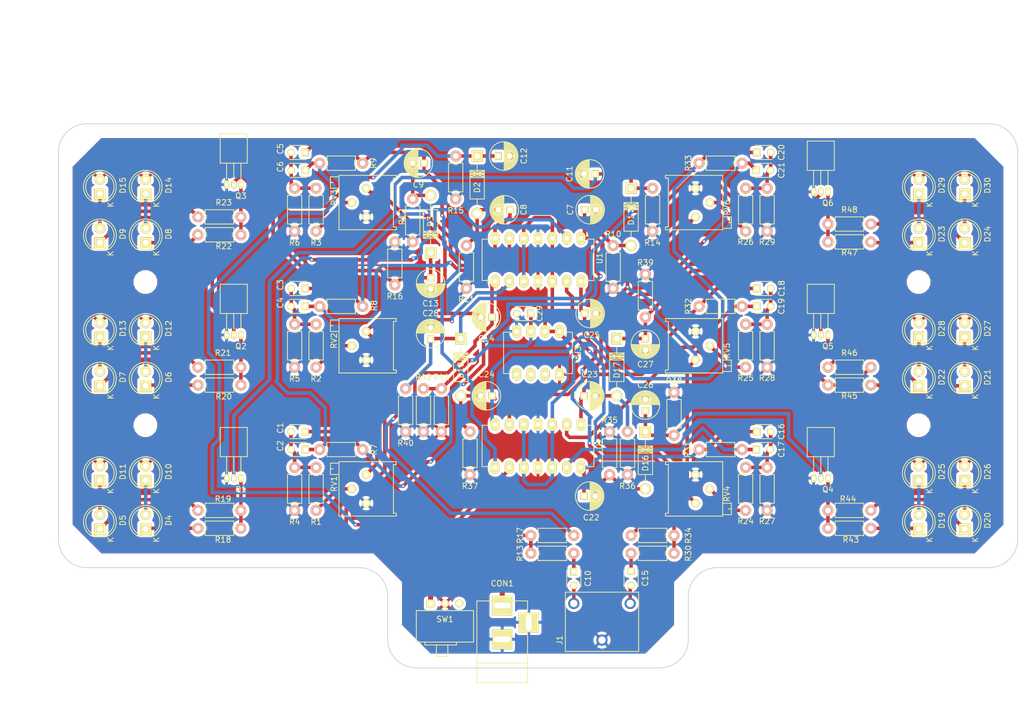
<source format=kicad_pcb>
(kicad_pcb (version 4) (host pcbnew 4.0.4+e1-6308~48~ubuntu16.04.1-stable)
  (layers (0 F.Cu signal hide) (31 B.Cu signal hide) (34 B.Paste user) (35 F.Paste user) (36 B.SilkS user hide) (37 F.SilkS user) (38 B.Mask user hide) (39 F.Mask user hide) (44 Edge.Cuts user))
  (net 0 "")
  (net 1 "Net-(C1-Pad1)")
  (net 2 "Net-(C1-Pad2)")
  (net 3 "Net-(C2-Pad1)")
  (net 4 "Net-(C3-Pad1)")
  (net 5 "Net-(C3-Pad2)")
  (net 6 "Net-(C4-Pad1)")
  (net 7 "Net-(C5-Pad1)")
  (net 8 "Net-(C5-Pad2)")
  (net 9 "Net-(C6-Pad1)")
  (net 10 "Net-(C7-Pad2)")
  (net 11 "Net-(C8-Pad2)")
  (net 12 "Net-(C9-Pad2)")
  (net 13 "Net-(C10-Pad1)")
  (net 14 AUDIO-L)
  (net 15 "Net-(C11-Pad1)")
  (net 16 GND)
  (net 17 "Net-(C12-Pad1)")
  (net 18 "Net-(C13-Pad1)")
  (net 19 "Net-(C14-Pad1)")
  (net 20 AMPAUDIO-L)
  (net 21 "Net-(C15-Pad1)")
  (net 22 AUDIO-R)
  (net 23 "Net-(C16-Pad1)")
  (net 24 "Net-(C16-Pad2)")
  (net 25 "Net-(C17-Pad1)")
  (net 26 "Net-(C18-Pad1)")
  (net 27 "Net-(C18-Pad2)")
  (net 28 "Net-(C19-Pad1)")
  (net 29 "Net-(C20-Pad1)")
  (net 30 "Net-(C20-Pad2)")
  (net 31 "Net-(C21-Pad1)")
  (net 32 "Net-(C22-Pad2)")
  (net 33 "Net-(C23-Pad2)")
  (net 34 "Net-(C24-Pad2)")
  (net 35 "Net-(C25-Pad1)")
  (net 36 AMPAUDIO-R)
  (net 37 "Net-(C26-Pad1)")
  (net 38 "Net-(C27-Pad1)")
  (net 39 "Net-(C28-Pad1)")
  (net 40 "Net-(C29-Pad1)")
  (net 41 +12V)
  (net 42 "Net-(D4-Pad1)")
  (net 43 "Net-(D10-Pad1)")
  (net 44 "Net-(D5-Pad1)")
  (net 45 "Net-(D11-Pad1)")
  (net 46 "Net-(D6-Pad1)")
  (net 47 "Net-(D12-Pad1)")
  (net 48 "Net-(D7-Pad1)")
  (net 49 "Net-(D13-Pad1)")
  (net 50 "Net-(D8-Pad1)")
  (net 51 "Net-(D14-Pad1)")
  (net 52 "Net-(D9-Pad1)")
  (net 53 "Net-(D15-Pad1)")
  (net 54 +12VA)
  (net 55 "Net-(D19-Pad1)")
  (net 56 "Net-(D19-Pad2)")
  (net 57 "Net-(D20-Pad1)")
  (net 58 "Net-(D20-Pad2)")
  (net 59 "Net-(D21-Pad1)")
  (net 60 "Net-(D21-Pad2)")
  (net 61 "Net-(D22-Pad1)")
  (net 62 "Net-(D22-Pad2)")
  (net 63 "Net-(D23-Pad1)")
  (net 64 "Net-(D23-Pad2)")
  (net 65 "Net-(D24-Pad1)")
  (net 66 "Net-(D24-Pad2)")
  (net 67 "Net-(Q1-Pad1)")
  (net 68 "Net-(Q2-Pad1)")
  (net 69 "Net-(Q3-Pad1)")
  (net 70 "Net-(Q4-Pad1)")
  (net 71 "Net-(Q5-Pad1)")
  (net 72 "Net-(Q6-Pad1)")
  (net 73 "Net-(R1-Pad1)")
  (net 74 "Net-(R2-Pad1)")
  (net 75 "Net-(R3-Pad1)")
  (net 76 "Net-(R13-Pad2)")
  (net 77 "Net-(R24-Pad1)")
  (net 78 "Net-(R25-Pad1)")
  (net 79 "Net-(R26-Pad1)")
  (net 80 "Net-(R30-Pad2)")
  (net 81 GNDA)
  (module Resistors_ThroughHole:Resistor_Horizontal_RM7mm (layer F.Cu) (at 170.177735 124.461177 90)
    (fp_text reference R24 (at -1.905 0 180) (layer F.SilkS))
    (fp_text value 1k)
    (pad 1 thru_hole circle (at 0 0 90) (size 1.99898 1.99898) (drill 1.00076) (layers *.Cu *.SilkS *.Mask) (net 77 "Net-(R24-Pad1)"))
    (pad 2 thru_hole circle (at 7.62 0 90) (size 1.99898 1.99898) (drill 1.00076) (layers *.Cu *.SilkS *.Mask) (net 24 "Net-(C16-Pad2)"))
  )
  (module Housings_DIP:DIP-14_W7.62mm_LongPads (layer F.Cu) (at 125.727735 116.841177 90)
    (fp_text reference U2 (at 4.191 18.542 90) (layer F.SilkS))
    (fp_text value MC33204P)
    (pad 1 thru_hole oval (at 0 0 90) (size 2.3 1.6) (drill 0.8) (layers *.Cu *.Mask F.SilkS) (net 7 "Net-(C5-Pad1)"))
    (pad 2 thru_hole oval (at 0 2.54 90) (size 2.3 1.6) (drill 0.8) (layers *.Cu *.Mask F.SilkS) (net 9 "Net-(C6-Pad1)"))
    (pad 3 thru_hole oval (at 0 5.08 90) (size 2.3 1.6) (drill 0.8) (layers *.Cu *.Mask F.SilkS) (net 81 GNDA))
    (pad 4 thru_hole oval (at 0 7.62 90) (size 2.3 1.6) (drill 0.8) (layers *.Cu *.Mask F.SilkS) (net 54 +12VA))
    (pad 5 thru_hole oval (at 0 10.16 90) (size 2.3 1.6) (drill 0.8) (layers *.Cu *.Mask F.SilkS) (net 81 GNDA))
    (pad 6 thru_hole oval (at 0 12.7 90) (size 2.3 1.6) (drill 0.8) (layers *.Cu *.Mask F.SilkS) (net 25 "Net-(C17-Pad1)"))
    (pad 7 thru_hole oval (at 0 15.24 90) (size 2.3 1.6) (drill 0.8) (layers *.Cu *.Mask F.SilkS) (net 23 "Net-(C16-Pad1)"))
    (pad 8 thru_hole oval (at 7.62 15.24 90) (size 2.3 1.6) (drill 0.8) (layers *.Cu *.Mask F.SilkS) (net 26 "Net-(C18-Pad1)"))
    (pad 9 thru_hole oval (at 7.62 12.7 90) (size 2.3 1.6) (drill 0.8) (layers *.Cu *.Mask F.SilkS) (net 28 "Net-(C19-Pad1)"))
    (pad 10 thru_hole oval (at 7.62 10.16 90) (size 2.3 1.6) (drill 0.8) (layers *.Cu *.Mask F.SilkS) (net 81 GNDA))
    (pad 11 thru_hole oval (at 7.62 7.62 90) (size 2.3 1.6) (drill 0.8) (layers *.Cu *.Mask F.SilkS) (net 16 GND))
    (pad 12 thru_hole oval (at 7.62 5.08 90) (size 2.3 1.6) (drill 0.8) (layers *.Cu *.Mask F.SilkS) (net 81 GNDA))
    (pad 13 thru_hole oval (at 7.62 2.54 90) (size 2.3 1.6) (drill 0.8) (layers *.Cu *.Mask F.SilkS) (net 31 "Net-(C21-Pad1)"))
    (pad 14 thru_hole oval (at 7.62 0 90) (size 2.3 1.6) (drill 0.8) (layers *.Cu *.Mask F.SilkS) (net 29 "Net-(C20-Pad1)"))
  )
  (module Capacitors_ThroughHole:C_Disc_D3_P2.5 (layer F.Cu) (at 92.032735 110.491177 180)
    (fp_text reference C1 (at 4.405 0.635 270) (layer F.SilkS))
    (fp_text value 2.2nF)
    (pad 1 thru_hole rect (at 0 0 180) (size 1.3 1.3) (drill 0.8) (layers *.Cu *.Mask F.SilkS) (net 1 "Net-(C1-Pad1)"))
    (pad 2 thru_hole circle (at 2.5 0 180) (size 1.3 1.3) (drill 0.8001) (layers *.Cu *.Mask F.SilkS) (net 2 "Net-(C1-Pad2)"))
  )
  (module Capacitors_ThroughHole:C_Disc_D3_P2.5 (layer F.Cu) (at 92.072735 113.666177 180)
    (fp_text reference C2 (at 4.445 0.635 270) (layer F.SilkS))
    (fp_text value 2.2nF)
    (pad 1 thru_hole rect (at 0 0 180) (size 1.3 1.3) (drill 0.8) (layers *.Cu *.Mask F.SilkS) (net 3 "Net-(C2-Pad1)"))
    (pad 2 thru_hole circle (at 2.5 0 180) (size 1.3 1.3) (drill 0.8001) (layers *.Cu *.Mask F.SilkS) (net 2 "Net-(C1-Pad2)"))
  )
  (module Capacitors_ThroughHole:C_Disc_D3_P2.5 (layer F.Cu) (at 92.072735 85.091177 180)
    (fp_text reference C3 (at 4.445 0.635 270) (layer F.SilkS))
    (fp_text value 10nF)
    (pad 1 thru_hole rect (at 0 0 180) (size 1.3 1.3) (drill 0.8) (layers *.Cu *.Mask F.SilkS) (net 4 "Net-(C3-Pad1)"))
    (pad 2 thru_hole circle (at 2.5 0 180) (size 1.3 1.3) (drill 0.8001) (layers *.Cu *.Mask F.SilkS) (net 5 "Net-(C3-Pad2)"))
  )
  (module Capacitors_ThroughHole:C_Disc_D3_P2.5 (layer F.Cu) (at 92.032735 88.266177 180)
    (fp_text reference C4 (at 4.405 0.635 270) (layer F.SilkS))
    (fp_text value 10nF)
    (pad 1 thru_hole rect (at 0 0 180) (size 1.3 1.3) (drill 0.8) (layers *.Cu *.Mask F.SilkS) (net 6 "Net-(C4-Pad1)"))
    (pad 2 thru_hole circle (at 2.5 0 180) (size 1.3 1.3) (drill 0.8001) (layers *.Cu *.Mask F.SilkS) (net 5 "Net-(C3-Pad2)"))
  )
  (module Capacitors_ThroughHole:C_Disc_D3_P2.5 (layer F.Cu) (at 92.032735 60.961177 180)
    (fp_text reference C5 (at 4.405 0.635 270) (layer F.SilkS))
    (fp_text value 47nF)
    (pad 1 thru_hole rect (at 0 0 180) (size 1.3 1.3) (drill 0.8) (layers *.Cu *.Mask F.SilkS) (net 7 "Net-(C5-Pad1)"))
    (pad 2 thru_hole circle (at 2.5 0 180) (size 1.3 1.3) (drill 0.8001) (layers *.Cu *.Mask F.SilkS) (net 8 "Net-(C5-Pad2)"))
  )
  (module Capacitors_ThroughHole:C_Disc_D3_P2.5 (layer F.Cu) (at 92.072735 64.136177 180)
    (fp_text reference C6 (at 4.445 0.635 270) (layer F.SilkS))
    (fp_text value 47nF)
    (pad 1 thru_hole rect (at 0 0 180) (size 1.3 1.3) (drill 0.8) (layers *.Cu *.Mask F.SilkS) (net 9 "Net-(C6-Pad1)"))
    (pad 2 thru_hole circle (at 2.5 0 180) (size 1.3 1.3) (drill 0.8001) (layers *.Cu *.Mask F.SilkS) (net 8 "Net-(C5-Pad2)"))
  )
  (module Capacitors_ThroughHole:C_Radial_D5_L11_P2 (layer F.Cu) (at 141.602735 71.121177)
    (fp_text reference C7 (at -2.54 0 90) (layer F.SilkS))
    (fp_text value 2.2uF)
    (pad 1 thru_hole rect (at 0 0) (size 1.3 1.3) (drill 0.8) (layers *.Cu *.Mask F.SilkS) (net 1 "Net-(C1-Pad1)"))
    (pad 2 thru_hole circle (at 2 0) (size 1.3 1.3) (drill 0.8) (layers *.Cu *.Mask F.SilkS) (net 10 "Net-(C7-Pad2)"))
  )
  (module Capacitors_ThroughHole:C_Radial_D5_L11_P2 (layer F.Cu) (at 128.362735 71.121177 180)
    (fp_text reference C8 (at -2.445 0 450) (layer F.SilkS))
    (fp_text value 2.2uF)
    (pad 1 thru_hole rect (at 0 0 180) (size 1.3 1.3) (drill 0.8) (layers *.Cu *.Mask F.SilkS) (net 4 "Net-(C3-Pad1)"))
    (pad 2 thru_hole circle (at 2 0 180) (size 1.3 1.3) (drill 0.8) (layers *.Cu *.Mask F.SilkS) (net 11 "Net-(C8-Pad2)"))
  )
  (module Capacitors_ThroughHole:C_Radial_D5_L11_P2 (layer F.Cu) (at 113.122735 62.866177 180)
    (fp_text reference C9 (at 1 -3.8 180) (layer F.SilkS))
    (fp_text value 2.2uF)
    (pad 1 thru_hole rect (at 0 0 180) (size 1.3 1.3) (drill 0.8) (layers *.Cu *.Mask F.SilkS) (net 7 "Net-(C5-Pad1)"))
    (pad 2 thru_hole circle (at 2 0 180) (size 1.3 1.3) (drill 0.8) (layers *.Cu *.Mask F.SilkS) (net 12 "Net-(C9-Pad2)"))
  )
  (module Capacitors_ThroughHole:C_Disc_D3_P2.5 (layer F.Cu) (at 139.697735 135.296177 270)
    (fp_text reference C10 (at 1.25 -2.5 270) (layer F.SilkS))
    (fp_text value 0.1uF)
    (pad 1 thru_hole rect (at 0 0 270) (size 1.3 1.3) (drill 0.8) (layers *.Cu *.Mask F.SilkS) (net 13 "Net-(C10-Pad1)"))
    (pad 2 thru_hole circle (at 2.5 0 270) (size 1.3 1.3) (drill 0.8001) (layers *.Cu *.Mask F.SilkS) (net 14 AUDIO-L))
  )
  (module Capacitors_ThroughHole:C_Radial_D5_L11_P2 (layer F.Cu) (at 143.507735 64.771177 180)
    (fp_text reference C11 (at 4.572 0 270) (layer F.SilkS))
    (fp_text value 1uF)
    (pad 1 thru_hole rect (at 0 0 180) (size 1.3 1.3) (drill 0.8) (layers *.Cu *.Mask F.SilkS) (net 15 "Net-(C11-Pad1)"))
    (pad 2 thru_hole circle (at 2 0 180) (size 1.3 1.3) (drill 0.8) (layers *.Cu *.Mask F.SilkS) (net 16 GND))
  )
  (module Capacitors_ThroughHole:C_Radial_D5_L11_P2 (layer F.Cu) (at 126.267735 61.596177)
    (fp_text reference C12 (at 4.572 0 90) (layer F.SilkS))
    (fp_text value 4.7uF)
    (pad 1 thru_hole rect (at 0 0) (size 1.3 1.3) (drill 0.8) (layers *.Cu *.Mask F.SilkS) (net 17 "Net-(C12-Pad1)"))
    (pad 2 thru_hole circle (at 2 0) (size 1.3 1.3) (drill 0.8) (layers *.Cu *.Mask F.SilkS) (net 16 GND))
  )
  (module Capacitors_ThroughHole:C_Radial_D5_L11_P2 (layer F.Cu) (at 114.297735 83.186177 270)
    (fp_text reference C13 (at 4.572 0 360) (layer F.SilkS))
    (fp_text value 22uF)
    (pad 1 thru_hole rect (at 0 0 270) (size 1.3 1.3) (drill 0.8) (layers *.Cu *.Mask F.SilkS) (net 18 "Net-(C13-Pad1)"))
    (pad 2 thru_hole circle (at 2 0 270) (size 1.3 1.3) (drill 0.8) (layers *.Cu *.Mask F.SilkS) (net 16 GND))
  )
  (module Capacitors_ThroughHole:C_Radial_D5_L11_P2 (layer F.Cu) (at 125.187735 90.171177 180)
    (fp_text reference C14 (at 1 -3.8 180) (layer F.SilkS))
    (fp_text value 4.7uF)
    (pad 1 thru_hole rect (at 0 0 180) (size 1.3 1.3) (drill 0.8) (layers *.Cu *.Mask F.SilkS) (net 19 "Net-(C14-Pad1)"))
    (pad 2 thru_hole circle (at 2 0 180) (size 1.3 1.3) (drill 0.8) (layers *.Cu *.Mask F.SilkS) (net 20 AMPAUDIO-L))
  )
  (module Capacitors_ThroughHole:C_Disc_D3_P2.5 (layer F.Cu) (at 149.857735 135.256177 270)
    (fp_text reference C15 (at 1.25 -2.5 270) (layer F.SilkS))
    (fp_text value 0.1uF)
    (pad 1 thru_hole rect (at 0 0 270) (size 1.3 1.3) (drill 0.8) (layers *.Cu *.Mask F.SilkS) (net 21 "Net-(C15-Pad1)"))
    (pad 2 thru_hole circle (at 2.5 0 270) (size 1.3 1.3) (drill 0.8001) (layers *.Cu *.Mask F.SilkS) (net 22 AUDIO-R))
  )
  (module Capacitors_ThroughHole:C_Disc_D3_P2.5 (layer F.Cu) (at 172.122735 110.491177)
    (fp_text reference C16 (at 4.405 0 90) (layer F.SilkS))
    (fp_text value 2.2nF)
    (pad 1 thru_hole rect (at 0 0) (size 1.3 1.3) (drill 0.8) (layers *.Cu *.Mask F.SilkS) (net 23 "Net-(C16-Pad1)"))
    (pad 2 thru_hole circle (at 2.5 0) (size 1.3 1.3) (drill 0.8001) (layers *.Cu *.Mask F.SilkS) (net 24 "Net-(C16-Pad2)"))
  )
  (module Capacitors_ThroughHole:C_Disc_D3_P2.5 (layer F.Cu) (at 172.082735 113.666177)
    (fp_text reference C17 (at 4.445 0 270) (layer F.SilkS))
    (fp_text value 2.2nF)
    (pad 1 thru_hole rect (at 0 0) (size 1.3 1.3) (drill 0.8) (layers *.Cu *.Mask F.SilkS) (net 25 "Net-(C17-Pad1)"))
    (pad 2 thru_hole circle (at 2.5 0) (size 1.3 1.3) (drill 0.8001) (layers *.Cu *.Mask F.SilkS) (net 24 "Net-(C16-Pad2)"))
  )
  (module Capacitors_ThroughHole:C_Disc_D3_P2.5 (layer F.Cu) (at 172.122735 85.091177)
    (fp_text reference C18 (at 4.445 0 90) (layer F.SilkS))
    (fp_text value 10nF)
    (pad 1 thru_hole rect (at 0 0) (size 1.3 1.3) (drill 0.8) (layers *.Cu *.Mask F.SilkS) (net 26 "Net-(C18-Pad1)"))
    (pad 2 thru_hole circle (at 2.5 0) (size 1.3 1.3) (drill 0.8001) (layers *.Cu *.Mask F.SilkS) (net 27 "Net-(C18-Pad2)"))
  )
  (module Capacitors_ThroughHole:C_Disc_D3_P2.5 (layer F.Cu) (at 172.122735 88.266177)
    (fp_text reference C19 (at 4.405 0 90) (layer F.SilkS))
    (fp_text value 10nF)
    (pad 1 thru_hole rect (at 0 0) (size 1.3 1.3) (drill 0.8) (layers *.Cu *.Mask F.SilkS) (net 28 "Net-(C19-Pad1)"))
    (pad 2 thru_hole circle (at 2.5 0) (size 1.3 1.3) (drill 0.8001) (layers *.Cu *.Mask F.SilkS) (net 27 "Net-(C18-Pad2)"))
  )
  (module Capacitors_ThroughHole:C_Disc_D3_P2.5 (layer F.Cu) (at 172.122735 60.961177)
    (fp_text reference C20 (at 4.405 0 90) (layer F.SilkS))
    (fp_text value 47nF)
    (pad 1 thru_hole rect (at 0 0) (size 1.3 1.3) (drill 0.8) (layers *.Cu *.Mask F.SilkS) (net 29 "Net-(C20-Pad1)"))
    (pad 2 thru_hole circle (at 2.5 0) (size 1.3 1.3) (drill 0.8001) (layers *.Cu *.Mask F.SilkS) (net 30 "Net-(C20-Pad2)"))
  )
  (module Capacitors_ThroughHole:C_Disc_D3_P2.5 (layer F.Cu) (at 172.082735 64.136177)
    (fp_text reference C21 (at 4.445 0 90) (layer F.SilkS))
    (fp_text value 47nF)
    (pad 1 thru_hole rect (at 0 0) (size 1.3 1.3) (drill 0.8) (layers *.Cu *.Mask F.SilkS) (net 31 "Net-(C21-Pad1)"))
    (pad 2 thru_hole circle (at 2.5 0) (size 1.3 1.3) (drill 0.8001) (layers *.Cu *.Mask F.SilkS) (net 30 "Net-(C20-Pad2)"))
  )
  (module Capacitors_ThroughHole:C_Radial_D5_L11_P2 (layer F.Cu) (at 141.507735 121.921177)
    (fp_text reference C22 (at 1.27 3.81) (layer F.SilkS))
    (fp_text value 2.2uF)
    (pad 1 thru_hole rect (at 0 0) (size 1.3 1.3) (drill 0.8) (layers *.Cu *.Mask F.SilkS) (net 23 "Net-(C16-Pad1)"))
    (pad 2 thru_hole circle (at 2 0) (size 1.3 1.3) (drill 0.8) (layers *.Cu *.Mask F.SilkS) (net 32 "Net-(C22-Pad2)"))
  )
  (module Capacitors_ThroughHole:C_Radial_D5_L11_P2 (layer F.Cu) (at 141.507735 104.141177)
    (fp_text reference C23 (at 1 -3.8) (layer F.SilkS))
    (fp_text value 2.2uF)
    (pad 1 thru_hole rect (at 0 0) (size 1.3 1.3) (drill 0.8) (layers *.Cu *.Mask F.SilkS) (net 26 "Net-(C18-Pad1)"))
    (pad 2 thru_hole circle (at 2 0) (size 1.3 1.3) (drill 0.8) (layers *.Cu *.Mask F.SilkS) (net 33 "Net-(C23-Pad2)"))
  )
  (module Capacitors_ThroughHole:C_Radial_D5_L11_P2 (layer F.Cu) (at 125.187735 104.141177 180)
    (fp_text reference C24 (at 1 3.81 180) (layer F.SilkS))
    (fp_text value 2.2uF)
    (pad 1 thru_hole rect (at 0 0 180) (size 1.3 1.3) (drill 0.8) (layers *.Cu *.Mask F.SilkS) (net 29 "Net-(C20-Pad1)"))
    (pad 2 thru_hole circle (at 2 0 180) (size 1.3 1.3) (drill 0.8) (layers *.Cu *.Mask F.SilkS) (net 34 "Net-(C24-Pad2)"))
  )
  (module Capacitors_ThroughHole:C_Radial_D5_L11_P2 (layer F.Cu) (at 141.602735 89.536177)
    (fp_text reference C25 (at 1.27 3.81) (layer F.SilkS))
    (fp_text value 4.7uF)
    (pad 1 thru_hole rect (at 0 0) (size 1.3 1.3) (drill 0.8) (layers *.Cu *.Mask F.SilkS) (net 35 "Net-(C25-Pad1)"))
    (pad 2 thru_hole circle (at 2 0) (size 1.3 1.3) (drill 0.8) (layers *.Cu *.Mask F.SilkS) (net 36 AMPAUDIO-R))
  )
  (module Capacitors_ThroughHole:C_Radial_D5_L11_P2 (layer F.Cu) (at 152.397735 106.776177 90)
    (fp_text reference C26 (at 4.572 0 180) (layer F.SilkS))
    (fp_text value 1uF)
    (pad 1 thru_hole rect (at 0 0 90) (size 1.3 1.3) (drill 0.8) (layers *.Cu *.Mask F.SilkS) (net 37 "Net-(C26-Pad1)"))
    (pad 2 thru_hole circle (at 2 0 90) (size 1.3 1.3) (drill 0.8) (layers *.Cu *.Mask F.SilkS) (net 16 GND))
  )
  (module Capacitors_ThroughHole:C_Radial_D5_L11_P2 (layer F.Cu) (at 152.397735 93.981177 270)
    (fp_text reference C27 (at 4.572 0 360) (layer F.SilkS))
    (fp_text value 4.7uF)
    (pad 1 thru_hole rect (at 0 0 270) (size 1.3 1.3) (drill 0.8) (layers *.Cu *.Mask F.SilkS) (net 38 "Net-(C27-Pad1)"))
    (pad 2 thru_hole circle (at 2 0 270) (size 1.3 1.3) (drill 0.8) (layers *.Cu *.Mask F.SilkS) (net 16 GND))
  )
  (module Capacitors_ThroughHole:C_Radial_D5_L11_P2 (layer F.Cu) (at 114.297735 94.076177 90)
    (fp_text reference C28 (at 4.572 0 180) (layer F.SilkS))
    (fp_text value 22uF)
    (pad 1 thru_hole rect (at 0 0 90) (size 1.3 1.3) (drill 0.8) (layers *.Cu *.Mask F.SilkS) (net 39 "Net-(C28-Pad1)"))
    (pad 2 thru_hole circle (at 2 0 90) (size 1.3 1.3) (drill 0.8) (layers *.Cu *.Mask F.SilkS) (net 16 GND))
  )
  (module Capacitors_ThroughHole:C_Disc_D3_P2.5 (layer F.Cu) (at 132.077735 89.536177 180)
    (fp_text reference C29 (at -1.524 0 270) (layer F.SilkS))
    (fp_text value 0.1uF)
    (pad 1 thru_hole rect (at 0 0 180) (size 1.3 1.3) (drill 0.8) (layers *.Cu *.Mask F.SilkS) (net 40 "Net-(C29-Pad1)"))
    (pad 2 thru_hole circle (at 2.5 0 180) (size 1.3 1.3) (drill 0.8001) (layers *.Cu *.Mask F.SilkS) (net 16 GND))
  )
  (module Connect:BARREL_JACK (layer F.Cu) (at 126.997735 147.521837 90)
    (fp_text reference CON1 (at 10.09904 0 180) (layer F.SilkS))
    (fp_text value BARREL_JACK)
    (pad 1 thru_hole rect (at 6.20014 0 90) (size 3.50012 3.50012) (drill oval 1.00076 2.99974) (layers *.Cu *.Mask F.SilkS) (net 41 +12V))
    (pad 2 thru_hole rect (at 0.20066 0 90) (size 3.50012 3.50012) (drill oval 1.00076 2.99974) (layers *.Cu *.Mask F.SilkS) (net 16 GND))
    (pad 3 thru_hole rect (at 3.2004 4.699 90) (size 3.50012 3.50012) (drill oval 2.99974 1.00076) (layers *.Cu *.Mask F.SilkS) (net 16 GND))
  )
  (module Diodes_ThroughHole:Diode_DO-41_SOD81_Horizontal_RM10 (layer F.Cu) (at 149.855195 67.311177 270)
    (fp_text reference D1 (at 5.588 0 270) (layer F.SilkS))
    (fp_text value 1N4002)
    (pad 2 thru_hole circle (at 10.16 -0.00254 90) (size 1.99898 1.99898) (drill 1.27) (layers *.Cu *.Mask F.SilkS) (net 10 "Net-(C7-Pad2)"))
    (pad 1 thru_hole rect (at 0 -0.00254 90) (size 1.99898 1.99898) (drill 1.00076) (layers *.Cu *.Mask F.SilkS) (net 15 "Net-(C11-Pad1)"))
  )
  (module Diodes_ThroughHole:Diode_DO-41_SOD81_Horizontal_RM10 (layer F.Cu) (at 122.550195 61.596177 270)
    (fp_text reference D2 (at 5.588 0 270) (layer F.SilkS))
    (fp_text value 1N4002)
    (pad 2 thru_hole circle (at 10.16 -0.00254 90) (size 1.99898 1.99898) (drill 1.27) (layers *.Cu *.Mask F.SilkS) (net 11 "Net-(C8-Pad2)"))
    (pad 1 thru_hole rect (at 0 -0.00254 90) (size 1.99898 1.99898) (drill 1.00076) (layers *.Cu *.Mask F.SilkS) (net 17 "Net-(C12-Pad1)"))
  )
  (module Diodes_ThroughHole:Diode_DO-41_SOD81_Horizontal_RM10 (layer F.Cu) (at 114.297735 78.741177 90)
    (fp_text reference D3 (at 5.588 0 90) (layer F.SilkS))
    (fp_text value 1N4002)
    (pad 2 thru_hole circle (at 10.16 -0.00254 270) (size 1.99898 1.99898) (drill 1.27) (layers *.Cu *.Mask F.SilkS) (net 12 "Net-(C9-Pad2)"))
    (pad 1 thru_hole rect (at 0 -0.00254 270) (size 1.99898 1.99898) (drill 1.00076) (layers *.Cu *.Mask F.SilkS) (net 18 "Net-(C13-Pad1)"))
  )
  (module LEDs:LED-5MM (layer F.Cu) (at 63.751735 127.763177 90)
    (fp_text reference D4 (at 1.524 4.064 90) (layer F.SilkS))
    (fp_text value LED)
    (fp_text user K (at -1.905 1.905 90) (layer F.SilkS))
    (pad 1 thru_hole rect (at 0 0 180) (size 2 1.9) (drill 1.00076) (layers *.Cu *.Mask F.SilkS) (net 42 "Net-(D4-Pad1)"))
    (pad 2 thru_hole circle (at 2.54 0 90) (size 1.9 1.9) (drill 1.00076) (layers *.Cu *.Mask F.SilkS) (net 43 "Net-(D10-Pad1)"))
  )
  (module LEDs:LED-5MM (layer F.Cu) (at 55.623735 127.763177 90)
    (fp_text reference D5 (at 1.524 4.064 90) (layer F.SilkS))
    (fp_text value LED)
    (fp_text user K (at -1.905 1.905 90) (layer F.SilkS))
    (pad 1 thru_hole rect (at 0 0 180) (size 2 1.9) (drill 1.00076) (layers *.Cu *.Mask F.SilkS) (net 44 "Net-(D5-Pad1)"))
    (pad 2 thru_hole circle (at 2.54 0 90) (size 1.9 1.9) (drill 1.00076) (layers *.Cu *.Mask F.SilkS) (net 45 "Net-(D11-Pad1)"))
  )
  (module LEDs:LED-5MM (layer F.Cu) (at 63.751735 102.363177 90)
    (fp_text reference D6 (at 1.524 4.064 90) (layer F.SilkS))
    (fp_text value LED)
    (fp_text user K (at -1.905 1.905 90) (layer F.SilkS))
    (pad 1 thru_hole rect (at 0 0 180) (size 2 1.9) (drill 1.00076) (layers *.Cu *.Mask F.SilkS) (net 46 "Net-(D6-Pad1)"))
    (pad 2 thru_hole circle (at 2.54 0 90) (size 1.9 1.9) (drill 1.00076) (layers *.Cu *.Mask F.SilkS) (net 47 "Net-(D12-Pad1)"))
  )
  (module LEDs:LED-5MM (layer F.Cu) (at 55.623735 102.363177 90)
    (fp_text reference D7 (at 1.524 4.064 90) (layer F.SilkS))
    (fp_text value LED)
    (fp_text user K (at -1.905 1.905 90) (layer F.SilkS))
    (pad 1 thru_hole rect (at 0 0 180) (size 2 1.9) (drill 1.00076) (layers *.Cu *.Mask F.SilkS) (net 48 "Net-(D7-Pad1)"))
    (pad 2 thru_hole circle (at 2.54 0 90) (size 1.9 1.9) (drill 1.00076) (layers *.Cu *.Mask F.SilkS) (net 49 "Net-(D13-Pad1)"))
  )
  (module LEDs:LED-5MM (layer F.Cu) (at 63.751735 76.963177 90)
    (fp_text reference D8 (at 1.524 4.064 90) (layer F.SilkS))
    (fp_text value LED)
    (fp_text user K (at -1.905 1.905 90) (layer F.SilkS))
    (pad 1 thru_hole rect (at 0 0 180) (size 2 1.9) (drill 1.00076) (layers *.Cu *.Mask F.SilkS) (net 50 "Net-(D8-Pad1)"))
    (pad 2 thru_hole circle (at 2.54 0 90) (size 1.9 1.9) (drill 1.00076) (layers *.Cu *.Mask F.SilkS) (net 51 "Net-(D14-Pad1)"))
  )
  (module LEDs:LED-5MM (layer F.Cu) (at 55.623735 76.963177 90)
    (fp_text reference D9 (at 1.524 4.064 90) (layer F.SilkS))
    (fp_text value LED)
    (fp_text user K (at -1.905 1.905 90) (layer F.SilkS))
    (pad 1 thru_hole rect (at 0 0 180) (size 2 1.9) (drill 1.00076) (layers *.Cu *.Mask F.SilkS) (net 52 "Net-(D9-Pad1)"))
    (pad 2 thru_hole circle (at 2.54 0 90) (size 1.9 1.9) (drill 1.00076) (layers *.Cu *.Mask F.SilkS) (net 53 "Net-(D15-Pad1)"))
  )
  (module LEDs:LED-5MM (layer F.Cu) (at 63.751735 119.127177 90)
    (fp_text reference D10 (at 1.524 4.064 90) (layer F.SilkS))
    (fp_text value LED)
    (fp_text user K (at -1.905 1.905 90) (layer F.SilkS))
    (pad 1 thru_hole rect (at 0 0 180) (size 2 1.9) (drill 1.00076) (layers *.Cu *.Mask F.SilkS) (net 43 "Net-(D10-Pad1)"))
    (pad 2 thru_hole circle (at 2.54 0 90) (size 1.9 1.9) (drill 1.00076) (layers *.Cu *.Mask F.SilkS) (net 54 +12VA))
  )
  (module LEDs:LED-5MM (layer F.Cu) (at 55.623735 119.127177 90)
    (fp_text reference D11 (at 1.524 4.064 90) (layer F.SilkS))
    (fp_text value LED)
    (fp_text user K (at -1.905 1.905 90) (layer F.SilkS))
    (pad 1 thru_hole rect (at 0 0 180) (size 2 1.9) (drill 1.00076) (layers *.Cu *.Mask F.SilkS) (net 45 "Net-(D11-Pad1)"))
    (pad 2 thru_hole circle (at 2.54 0 90) (size 1.9 1.9) (drill 1.00076) (layers *.Cu *.Mask F.SilkS) (net 54 +12VA))
  )
  (module LEDs:LED-5MM (layer F.Cu) (at 63.751735 93.727177 90)
    (fp_text reference D12 (at 1.524 4.064 90) (layer F.SilkS))
    (fp_text value LED)
    (fp_text user K (at -1.905 1.905 90) (layer F.SilkS))
    (pad 1 thru_hole rect (at 0 0 180) (size 2 1.9) (drill 1.00076) (layers *.Cu *.Mask F.SilkS) (net 47 "Net-(D12-Pad1)"))
    (pad 2 thru_hole circle (at 2.54 0 90) (size 1.9 1.9) (drill 1.00076) (layers *.Cu *.Mask F.SilkS) (net 54 +12VA))
  )
  (module LEDs:LED-5MM (layer F.Cu) (at 55.623735 93.727177 90)
    (fp_text reference D13 (at 1.524 4.064 90) (layer F.SilkS))
    (fp_text value LED)
    (fp_text user K (at -1.905 1.905 90) (layer F.SilkS))
    (pad 1 thru_hole rect (at 0 0 180) (size 2 1.9) (drill 1.00076) (layers *.Cu *.Mask F.SilkS) (net 49 "Net-(D13-Pad1)"))
    (pad 2 thru_hole circle (at 2.54 0 90) (size 1.9 1.9) (drill 1.00076) (layers *.Cu *.Mask F.SilkS) (net 54 +12VA))
  )
  (module LEDs:LED-5MM (layer F.Cu) (at 63.751735 68.327177 90)
    (fp_text reference D14 (at 1.524 4.064 90) (layer F.SilkS))
    (fp_text value LED)
    (fp_text user K (at -1.905 1.905 90) (layer F.SilkS))
    (pad 1 thru_hole rect (at 0 0 180) (size 2 1.9) (drill 1.00076) (layers *.Cu *.Mask F.SilkS) (net 51 "Net-(D14-Pad1)"))
    (pad 2 thru_hole circle (at 2.54 0 90) (size 1.9 1.9) (drill 1.00076) (layers *.Cu *.Mask F.SilkS) (net 54 +12VA))
  )
  (module LEDs:LED-5MM (layer F.Cu) (at 55.623735 68.327177 90)
    (fp_text reference D15 (at 1.524 4.064 90) (layer F.SilkS))
    (fp_text value LED)
    (fp_text user K (at -1.905 1.905 90) (layer F.SilkS))
    (pad 1 thru_hole rect (at 0 0 180) (size 2 1.9) (drill 1.00076) (layers *.Cu *.Mask F.SilkS) (net 53 "Net-(D15-Pad1)"))
    (pad 2 thru_hole circle (at 2.54 0 90) (size 1.9 1.9) (drill 1.00076) (layers *.Cu *.Mask F.SilkS) (net 54 +12VA))
  )
  (module Diodes_ThroughHole:Diode_DO-41_SOD81_Horizontal_RM10 (layer F.Cu) (at 152.395195 110.491177 270)
    (fp_text reference D16 (at 5.588 0 270) (layer F.SilkS))
    (fp_text value 1n4002)
    (pad 2 thru_hole circle (at 10.16 -0.00254 90) (size 1.99898 1.99898) (drill 1.27) (layers *.Cu *.Mask F.SilkS) (net 32 "Net-(C22-Pad2)"))
    (pad 1 thru_hole rect (at 0 -0.00254 90) (size 1.99898 1.99898) (drill 1.00076) (layers *.Cu *.Mask F.SilkS) (net 37 "Net-(C26-Pad1)"))
  )
  (module Diodes_ThroughHole:Diode_DO-41_SOD81_Horizontal_RM10 (layer F.Cu) (at 147.317735 93.981177 270)
    (fp_text reference D17 (at 5.588 0 270) (layer F.SilkS))
    (fp_text value 1N4002)
    (pad 2 thru_hole circle (at 10.16 -0.00254 90) (size 1.99898 1.99898) (drill 1.27) (layers *.Cu *.Mask F.SilkS) (net 33 "Net-(C23-Pad2)"))
    (pad 1 thru_hole rect (at 0 -0.00254 90) (size 1.99898 1.99898) (drill 1.00076) (layers *.Cu *.Mask F.SilkS) (net 38 "Net-(C27-Pad1)"))
  )
  (module Diodes_ThroughHole:Diode_DO-41_SOD81_Horizontal_RM10 (layer F.Cu) (at 119.631735 93.981177 270)
    (fp_text reference D18 (at 5.588 0 270) (layer F.SilkS))
    (fp_text value 1N4002)
    (pad 2 thru_hole circle (at 10.16 -0.00254 90) (size 1.99898 1.99898) (drill 1.27) (layers *.Cu *.Mask F.SilkS) (net 34 "Net-(C24-Pad2)"))
    (pad 1 thru_hole rect (at 0 -0.00254 90) (size 1.99898 1.99898) (drill 1.00076) (layers *.Cu *.Mask F.SilkS) (net 39 "Net-(C28-Pad1)"))
  )
  (module LEDs:LED-5MM (layer F.Cu) (at 200.911735 127.763177 90)
    (fp_text reference D19 (at 1.524 4.064 90) (layer F.SilkS))
    (fp_text value LED)
    (fp_text user K (at -1.905 1.905 90) (layer F.SilkS))
    (pad 1 thru_hole rect (at 0 0 180) (size 2 1.9) (drill 1.00076) (layers *.Cu *.Mask F.SilkS) (net 55 "Net-(D19-Pad1)"))
    (pad 2 thru_hole circle (at 2.54 0 90) (size 1.9 1.9) (drill 1.00076) (layers *.Cu *.Mask F.SilkS) (net 56 "Net-(D19-Pad2)"))
  )
  (module LEDs:LED-5MM (layer F.Cu) (at 209.039735 127.763177 90)
    (fp_text reference D20 (at 1.524 4.064 90) (layer F.SilkS))
    (fp_text value LED)
    (fp_text user K (at -1.905 1.905 90) (layer F.SilkS))
    (pad 1 thru_hole rect (at 0 0 180) (size 2 1.9) (drill 1.00076) (layers *.Cu *.Mask F.SilkS) (net 57 "Net-(D20-Pad1)"))
    (pad 2 thru_hole circle (at 2.54 0 90) (size 1.9 1.9) (drill 1.00076) (layers *.Cu *.Mask F.SilkS) (net 58 "Net-(D20-Pad2)"))
  )
  (module LEDs:LED-5MM (layer F.Cu) (at 209.039735 102.363177 90)
    (fp_text reference D21 (at 1.524 4.064 90) (layer F.SilkS))
    (fp_text value LED)
    (fp_text user K (at -1.905 1.905 90) (layer F.SilkS))
    (pad 1 thru_hole rect (at 0 0 180) (size 2 1.9) (drill 1.00076) (layers *.Cu *.Mask F.SilkS) (net 59 "Net-(D21-Pad1)"))
    (pad 2 thru_hole circle (at 2.54 0 90) (size 1.9 1.9) (drill 1.00076) (layers *.Cu *.Mask F.SilkS) (net 60 "Net-(D21-Pad2)"))
  )
  (module LEDs:LED-5MM (layer F.Cu) (at 200.911735 102.363177 90)
    (fp_text reference D22 (at 1.524 4.064 90) (layer F.SilkS))
    (fp_text value LED)
    (fp_text user K (at -1.905 1.905 90) (layer F.SilkS))
    (pad 1 thru_hole rect (at 0 0 180) (size 2 1.9) (drill 1.00076) (layers *.Cu *.Mask F.SilkS) (net 61 "Net-(D22-Pad1)"))
    (pad 2 thru_hole circle (at 2.54 0 90) (size 1.9 1.9) (drill 1.00076) (layers *.Cu *.Mask F.SilkS) (net 62 "Net-(D22-Pad2)"))
  )
  (module LEDs:LED-5MM (layer F.Cu) (at 200.911735 76.963177 90)
    (fp_text reference D23 (at 1.524 4.064 90) (layer F.SilkS))
    (fp_text value LED)
    (fp_text user K (at -1.905 1.905 90) (layer F.SilkS))
    (pad 1 thru_hole rect (at 0 0 180) (size 2 1.9) (drill 1.00076) (layers *.Cu *.Mask F.SilkS) (net 63 "Net-(D23-Pad1)"))
    (pad 2 thru_hole circle (at 2.54 0 90) (size 1.9 1.9) (drill 1.00076) (layers *.Cu *.Mask F.SilkS) (net 64 "Net-(D23-Pad2)"))
  )
  (module LEDs:LED-5MM (layer F.Cu) (at 209.039735 76.963177 90)
    (fp_text reference D24 (at 1.524 4.064 90) (layer F.SilkS))
    (fp_text value LED)
    (fp_text user K (at -1.905 1.905 90) (layer F.SilkS))
    (pad 1 thru_hole rect (at 0 0 180) (size 2 1.9) (drill 1.00076) (layers *.Cu *.Mask F.SilkS) (net 65 "Net-(D24-Pad1)"))
    (pad 2 thru_hole circle (at 2.54 0 90) (size 1.9 1.9) (drill 1.00076) (layers *.Cu *.Mask F.SilkS) (net 66 "Net-(D24-Pad2)"))
  )
  (module LEDs:LED-5MM (layer F.Cu) (at 200.911735 119.127177 90)
    (fp_text reference D25 (at 1.524 4.064 90) (layer F.SilkS))
    (fp_text value LED)
    (fp_text user K (at -1.905 1.905 90) (layer F.SilkS))
    (pad 1 thru_hole rect (at 0 0 180) (size 2 1.9) (drill 1.00076) (layers *.Cu *.Mask F.SilkS) (net 56 "Net-(D19-Pad2)"))
    (pad 2 thru_hole circle (at 2.54 0 90) (size 1.9 1.9) (drill 1.00076) (layers *.Cu *.Mask F.SilkS) (net 54 +12VA))
  )
  (module LEDs:LED-5MM (layer F.Cu) (at 209.039735 119.127177 90)
    (fp_text reference D26 (at 1.524 4.064 90) (layer F.SilkS))
    (fp_text value LED)
    (fp_text user K (at -1.905 1.905 90) (layer F.SilkS))
    (pad 1 thru_hole rect (at 0 0 180) (size 2 1.9) (drill 1.00076) (layers *.Cu *.Mask F.SilkS) (net 58 "Net-(D20-Pad2)"))
    (pad 2 thru_hole circle (at 2.54 0 90) (size 1.9 1.9) (drill 1.00076) (layers *.Cu *.Mask F.SilkS) (net 54 +12VA))
  )
  (module LEDs:LED-5MM (layer F.Cu) (at 209.039735 93.727177 90)
    (fp_text reference D27 (at 1.524 4.064 90) (layer F.SilkS))
    (fp_text value LED)
    (fp_text user K (at -1.905 1.905 90) (layer F.SilkS))
    (pad 1 thru_hole rect (at 0 0 180) (size 2 1.9) (drill 1.00076) (layers *.Cu *.Mask F.SilkS) (net 60 "Net-(D21-Pad2)"))
    (pad 2 thru_hole circle (at 2.54 0 90) (size 1.9 1.9) (drill 1.00076) (layers *.Cu *.Mask F.SilkS) (net 54 +12VA))
  )
  (module LEDs:LED-5MM (layer F.Cu) (at 200.911735 93.727177 90)
    (fp_text reference D28 (at 1.524 4.064 90) (layer F.SilkS))
    (fp_text value LED)
    (fp_text user K (at -1.905 1.905 90) (layer F.SilkS))
    (pad 1 thru_hole rect (at 0 0 180) (size 2 1.9) (drill 1.00076) (layers *.Cu *.Mask F.SilkS) (net 62 "Net-(D22-Pad2)"))
    (pad 2 thru_hole circle (at 2.54 0 90) (size 1.9 1.9) (drill 1.00076) (layers *.Cu *.Mask F.SilkS) (net 54 +12VA))
  )
  (module LEDs:LED-5MM (layer F.Cu) (at 200.911735 68.327177 90)
    (fp_text reference D29 (at 1.524 4.064 90) (layer F.SilkS))
    (fp_text value LED)
    (fp_text user K (at -1.905 1.905 90) (layer F.SilkS))
    (pad 1 thru_hole rect (at 0 0 180) (size 2 1.9) (drill 1.00076) (layers *.Cu *.Mask F.SilkS) (net 64 "Net-(D23-Pad2)"))
    (pad 2 thru_hole circle (at 2.54 0 90) (size 1.9 1.9) (drill 1.00076) (layers *.Cu *.Mask F.SilkS) (net 54 +12VA))
  )
  (module LEDs:LED-5MM (layer F.Cu) (at 209.039735 68.327177 90)
    (fp_text reference D30 (at 1.524 4.064 90) (layer F.SilkS))
    (fp_text value LED)
    (fp_text user K (at -1.905 1.905 90) (layer F.SilkS))
    (pad 1 thru_hole rect (at 0 0 180) (size 2 1.9) (drill 1.00076) (layers *.Cu *.Mask F.SilkS) (net 66 "Net-(D24-Pad2)"))
    (pad 2 thru_hole circle (at 2.54 0 90) (size 1.9 1.9) (drill 1.00076) (layers *.Cu *.Mask F.SilkS) (net 54 +12VA))
  )
  (module Local:3.5mm-Audio (layer F.Cu) (at 150.697735 149.971177 90)
    (fp_text reference J1 (at 2.5 -13.5 270) (layer F.SilkS))
    (fp_text value Audio_3.5mm hide)
    (pad 1 thru_hole circle (at 9 -11 90) (size 2 2) (drill 1.3) (layers *.Cu *.Mask) (net 14 AUDIO-L))
    (pad 2 thru_hole circle (at 9 -1 90) (size 2 2) (drill 1.3) (layers *.Cu *.Mask) (net 22 AUDIO-R))
    (pad 3 thru_hole circle (at 2.5 -6 90) (size 2 2) (drill 1.3) (layers *.Cu *.Mask) (net 16 GND))
  )
  (module TO_SOT_Packages_THT:TO-92_Horizontal1_Inline_Narrow_Oval (layer F.Cu) (at 80.642735 118.746177 180)
    (fp_text reference Q1 (at 0 -2 360) (layer F.SilkS))
    (fp_text value 2N3904)
    (pad 2 thru_hole oval (at 1.27 0) (size 0.89916 1.50114) (drill 0.6) (layers *.Cu *.Mask F.SilkS) (net 15 "Net-(C11-Pad1)"))
    (pad 3 thru_hole oval (at 2.54 0) (size 0.89916 1.50114) (drill 0.6) (layers *.Cu *.Mask F.SilkS) (net 16 GND))
    (pad 1 thru_hole oval (at 0 0) (size 0.89916 1.50114) (drill 0.6) (layers *.Cu *.Mask F.SilkS) (net 67 "Net-(Q1-Pad1)"))
  )
  (module TO_SOT_Packages_THT:TO-92_Horizontal1_Inline_Narrow_Oval (layer F.Cu) (at 80.642735 93.346177 180)
    (fp_text reference Q2 (at 0 -2 360) (layer F.SilkS))
    (fp_text value 2N3904)
    (pad 2 thru_hole oval (at 1.27 0) (size 0.89916 1.50114) (drill 0.6) (layers *.Cu *.Mask F.SilkS) (net 17 "Net-(C12-Pad1)"))
    (pad 3 thru_hole oval (at 2.54 0) (size 0.89916 1.50114) (drill 0.6) (layers *.Cu *.Mask F.SilkS) (net 16 GND))
    (pad 1 thru_hole oval (at 0 0) (size 0.89916 1.50114) (drill 0.6) (layers *.Cu *.Mask F.SilkS) (net 68 "Net-(Q2-Pad1)"))
  )
  (module TO_SOT_Packages_THT:TO-92_Horizontal1_Inline_Narrow_Oval (layer F.Cu) (at 80.642735 66.676177 180)
    (fp_text reference Q3 (at 0 -2 360) (layer F.SilkS))
    (fp_text value 2N3904)
    (pad 2 thru_hole oval (at 1.27 0) (size 0.89916 1.50114) (drill 0.6) (layers *.Cu *.Mask F.SilkS) (net 18 "Net-(C13-Pad1)"))
    (pad 3 thru_hole oval (at 2.54 0) (size 0.89916 1.50114) (drill 0.6) (layers *.Cu *.Mask F.SilkS) (net 16 GND))
    (pad 1 thru_hole oval (at 0 0) (size 0.89916 1.50114) (drill 0.6) (layers *.Cu *.Mask F.SilkS) (net 69 "Net-(Q3-Pad1)"))
  )
  (module TO_SOT_Packages_THT:TO-92_Horizontal1_Inline_Narrow_Oval (layer F.Cu) (at 184.782735 118.746177 180)
    (fp_text reference Q4 (at 0 -2 360) (layer F.SilkS))
    (fp_text value 2N3904)
    (pad 2 thru_hole oval (at 1.27 0) (size 0.89916 1.50114) (drill 0.6) (layers *.Cu *.Mask F.SilkS) (net 37 "Net-(C26-Pad1)"))
    (pad 3 thru_hole oval (at 2.54 0) (size 0.89916 1.50114) (drill 0.6) (layers *.Cu *.Mask F.SilkS) (net 16 GND))
    (pad 1 thru_hole oval (at 0 0) (size 0.89916 1.50114) (drill 0.6) (layers *.Cu *.Mask F.SilkS) (net 70 "Net-(Q4-Pad1)"))
  )
  (module TO_SOT_Packages_THT:TO-92_Horizontal1_Inline_Narrow_Oval (layer F.Cu) (at 184.782735 93.346177 180)
    (fp_text reference Q5 (at 0 -2 360) (layer F.SilkS))
    (fp_text value 2N3904)
    (pad 2 thru_hole oval (at 1.27 0) (size 0.89916 1.50114) (drill 0.6) (layers *.Cu *.Mask F.SilkS) (net 38 "Net-(C27-Pad1)"))
    (pad 3 thru_hole oval (at 2.54 0) (size 0.89916 1.50114) (drill 0.6) (layers *.Cu *.Mask F.SilkS) (net 16 GND))
    (pad 1 thru_hole oval (at 0 0) (size 0.89916 1.50114) (drill 0.6) (layers *.Cu *.Mask F.SilkS) (net 71 "Net-(Q5-Pad1)"))
  )
  (module TO_SOT_Packages_THT:TO-92_Horizontal1_Inline_Narrow_Oval (layer F.Cu) (at 184.782735 67.946177 180)
    (fp_text reference Q6 (at 0 -2 360) (layer F.SilkS))
    (fp_text value 2N3904)
    (pad 2 thru_hole oval (at 1.27 0) (size 0.89916 1.50114) (drill 0.6) (layers *.Cu *.Mask F.SilkS) (net 39 "Net-(C28-Pad1)"))
    (pad 3 thru_hole oval (at 2.54 0) (size 0.89916 1.50114) (drill 0.6) (layers *.Cu *.Mask F.SilkS) (net 16 GND))
    (pad 1 thru_hole oval (at 0 0) (size 0.89916 1.50114) (drill 0.6) (layers *.Cu *.Mask F.SilkS) (net 72 "Net-(Q6-Pad1)"))
  )
  (module Resistors_ThroughHole:Resistor_Horizontal_RM7mm (layer F.Cu) (at 93.977735 124.461177 90)
    (fp_text reference R1 (at -2.032 0 180) (layer F.SilkS))
    (fp_text value 1k)
    (pad 1 thru_hole circle (at 0 0 90) (size 1.99898 1.99898) (drill 1.00076) (layers *.Cu *.SilkS *.Mask) (net 73 "Net-(R1-Pad1)"))
    (pad 2 thru_hole circle (at 7.62 0 90) (size 1.99898 1.99898) (drill 1.00076) (layers *.Cu *.SilkS *.Mask) (net 2 "Net-(C1-Pad2)"))
  )
  (module Resistors_ThroughHole:Resistor_Horizontal_RM7mm (layer F.Cu) (at 93.977735 99.061177 90)
    (fp_text reference R2 (at -2.032 0 180) (layer F.SilkS))
    (fp_text value 1K)
    (pad 1 thru_hole circle (at 0 0 90) (size 1.99898 1.99898) (drill 1.00076) (layers *.Cu *.SilkS *.Mask) (net 74 "Net-(R2-Pad1)"))
    (pad 2 thru_hole circle (at 7.62 0 90) (size 1.99898 1.99898) (drill 1.00076) (layers *.Cu *.SilkS *.Mask) (net 5 "Net-(C3-Pad2)"))
  )
  (module Resistors_ThroughHole:Resistor_Horizontal_RM7mm (layer F.Cu) (at 93.977735 74.931177 90)
    (fp_text reference R3 (at -2.032 0 180) (layer F.SilkS))
    (fp_text value 1k)
    (pad 1 thru_hole circle (at 0 0 90) (size 1.99898 1.99898) (drill 1.00076) (layers *.Cu *.SilkS *.Mask) (net 75 "Net-(R3-Pad1)"))
    (pad 2 thru_hole circle (at 7.62 0 90) (size 1.99898 1.99898) (drill 1.00076) (layers *.Cu *.SilkS *.Mask) (net 8 "Net-(C5-Pad2)"))
  )
  (module Resistors_ThroughHole:Resistor_Horizontal_RM7mm (layer F.Cu) (at 90.167735 124.461177 90)
    (fp_text reference R4 (at -2.032 0 180) (layer F.SilkS))
    (fp_text value 680)
    (pad 1 thru_hole circle (at 0 0 90) (size 1.99898 1.99898) (drill 1.00076) (layers *.Cu *.SilkS *.Mask) (net 16 GND))
    (pad 2 thru_hole circle (at 7.62 0 90) (size 1.99898 1.99898) (drill 1.00076) (layers *.Cu *.SilkS *.Mask) (net 2 "Net-(C1-Pad2)"))
  )
  (module Resistors_ThroughHole:Resistor_Horizontal_RM7mm (layer F.Cu) (at 90.167735 99.061177 90)
    (fp_text reference R5 (at -2.032 0 180) (layer F.SilkS))
    (fp_text value 680)
    (pad 1 thru_hole circle (at 0 0 90) (size 1.99898 1.99898) (drill 1.00076) (layers *.Cu *.SilkS *.Mask) (net 16 GND))
    (pad 2 thru_hole circle (at 7.62 0 90) (size 1.99898 1.99898) (drill 1.00076) (layers *.Cu *.SilkS *.Mask) (net 5 "Net-(C3-Pad2)"))
  )
  (module Resistors_ThroughHole:Resistor_Horizontal_RM7mm (layer F.Cu) (at 90.167735 74.931177 90)
    (fp_text reference R6 (at -2.032 0 180) (layer F.SilkS))
    (fp_text value 680)
    (pad 1 thru_hole circle (at 0 0 90) (size 1.99898 1.99898) (drill 1.00076) (layers *.Cu *.SilkS *.Mask) (net 16 GND))
    (pad 2 thru_hole circle (at 7.62 0 90) (size 1.99898 1.99898) (drill 1.00076) (layers *.Cu *.SilkS *.Mask) (net 8 "Net-(C5-Pad2)"))
  )
  (module Resistors_ThroughHole:Resistor_Horizontal_RM7mm (layer F.Cu) (at 94.612735 113.666177)
    (fp_text reference R7 (at 9.652 0 90) (layer F.SilkS))
    (fp_text value 500k)
    (pad 1 thru_hole circle (at 0 0) (size 1.99898 1.99898) (drill 1.00076) (layers *.Cu *.SilkS *.Mask) (net 3 "Net-(C2-Pad1)"))
    (pad 2 thru_hole circle (at 7.62 0) (size 1.99898 1.99898) (drill 1.00076) (layers *.Cu *.SilkS *.Mask) (net 1 "Net-(C1-Pad1)"))
  )
  (module Resistors_ThroughHole:Resistor_Horizontal_RM7mm (layer F.Cu) (at 94.612735 88.266177)
    (fp_text reference R8 (at 9.652 -0.127 90) (layer F.SilkS))
    (fp_text value 560k)
    (pad 1 thru_hole circle (at 0 0) (size 1.99898 1.99898) (drill 1.00076) (layers *.Cu *.SilkS *.Mask) (net 6 "Net-(C4-Pad1)"))
    (pad 2 thru_hole circle (at 7.62 0) (size 1.99898 1.99898) (drill 1.00076) (layers *.Cu *.SilkS *.Mask) (net 4 "Net-(C3-Pad1)"))
  )
  (module Resistors_ThroughHole:Resistor_Horizontal_RM7mm (layer F.Cu) (at 94.612735 62.866177)
    (fp_text reference R9 (at 9.525 0 90) (layer F.SilkS))
    (fp_text value 560k)
    (pad 1 thru_hole circle (at 0 0) (size 1.99898 1.99898) (drill 1.00076) (layers *.Cu *.SilkS *.Mask) (net 9 "Net-(C6-Pad1)"))
    (pad 2 thru_hole circle (at 7.62 0) (size 1.99898 1.99898) (drill 1.00076) (layers *.Cu *.SilkS *.Mask) (net 7 "Net-(C5-Pad1)"))
  )
  (module Resistors_ThroughHole:Resistor_Horizontal_RM7mm (layer F.Cu) (at 146.682735 85.091177 90)
    (fp_text reference R10 (at 9.652 0 180) (layer F.SilkS))
    (fp_text value 39k)
    (pad 1 thru_hole circle (at 0 0 90) (size 1.99898 1.99898) (drill 1.00076) (layers *.Cu *.SilkS *.Mask) (net 16 GND))
    (pad 2 thru_hole circle (at 7.62 0 90) (size 1.99898 1.99898) (drill 1.00076) (layers *.Cu *.SilkS *.Mask) (net 10 "Net-(C7-Pad2)"))
  )
  (module Resistors_ThroughHole:Resistor_Horizontal_RM7mm (layer F.Cu) (at 120.647735 85.091177 90)
    (fp_text reference R11 (at -1.905 0 180) (layer F.SilkS))
    (fp_text value 39k)
    (pad 1 thru_hole circle (at 0 0 90) (size 1.99898 1.99898) (drill 1.00076) (layers *.Cu *.SilkS *.Mask) (net 16 GND))
    (pad 2 thru_hole circle (at 7.62 0 90) (size 1.99898 1.99898) (drill 1.00076) (layers *.Cu *.SilkS *.Mask) (net 11 "Net-(C8-Pad2)"))
  )
  (module Resistors_ThroughHole:Resistor_Horizontal_RM7mm (layer F.Cu) (at 111.122735 76.836177 90)
    (fp_text reference R12 (at 4.445 -1.905 270) (layer F.SilkS))
    (fp_text value 39k)
    (pad 1 thru_hole circle (at 0 0 90) (size 1.99898 1.99898) (drill 1.00076) (layers *.Cu *.SilkS *.Mask) (net 16 GND))
    (pad 2 thru_hole circle (at 7.62 0 90) (size 1.99898 1.99898) (drill 1.00076) (layers *.Cu *.SilkS *.Mask) (net 12 "Net-(C9-Pad2)"))
  )
  (module Resistors_ThroughHole:Resistor_Horizontal_RM7mm (layer F.Cu) (at 139.697735 132.081177 180)
    (fp_text reference R13 (at 9.525 0 270) (layer F.SilkS))
    (fp_text value 47k)
    (pad 1 thru_hole circle (at 0 0 180) (size 1.99898 1.99898) (drill 1.00076) (layers *.Cu *.SilkS *.Mask) (net 13 "Net-(C10-Pad1)"))
    (pad 2 thru_hole circle (at 7.62 0 180) (size 1.99898 1.99898) (drill 1.00076) (layers *.Cu *.SilkS *.Mask) (net 76 "Net-(R13-Pad2)"))
  )
  (module Resistors_ThroughHole:Resistor_Horizontal_RM7mm (layer F.Cu) (at 153.667735 74.931177 90)
    (fp_text reference R14 (at -2.032 0 180) (layer F.SilkS))
    (fp_text value 100k)
    (pad 1 thru_hole circle (at 0 0 90) (size 1.99898 1.99898) (drill 1.00076) (layers *.Cu *.SilkS *.Mask) (net 16 GND))
    (pad 2 thru_hole circle (at 7.62 0 90) (size 1.99898 1.99898) (drill 1.00076) (layers *.Cu *.SilkS *.Mask) (net 15 "Net-(C11-Pad1)"))
  )
  (module Resistors_ThroughHole:Resistor_Horizontal_RM7mm (layer F.Cu) (at 118.742735 69.216177 90)
    (fp_text reference R15 (at -2.032 0 180) (layer F.SilkS))
    (fp_text value 100k)
    (pad 1 thru_hole circle (at 0 0 90) (size 1.99898 1.99898) (drill 1.00076) (layers *.Cu *.SilkS *.Mask) (net 16 GND))
    (pad 2 thru_hole circle (at 7.62 0 90) (size 1.99898 1.99898) (drill 1.00076) (layers *.Cu *.SilkS *.Mask) (net 17 "Net-(C12-Pad1)"))
  )
  (module Resistors_ThroughHole:Resistor_Horizontal_RM7mm (layer F.Cu) (at 107.947735 76.836177 270)
    (fp_text reference R16 (at 9.652 0 360) (layer F.SilkS))
    (fp_text value 100k)
    (pad 1 thru_hole circle (at 0 0 270) (size 1.99898 1.99898) (drill 1.00076) (layers *.Cu *.SilkS *.Mask) (net 16 GND))
    (pad 2 thru_hole circle (at 7.62 0 270) (size 1.99898 1.99898) (drill 1.00076) (layers *.Cu *.SilkS *.Mask) (net 18 "Net-(C13-Pad1)"))
  )
  (module Resistors_ThroughHole:Resistor_Horizontal_RM7mm (layer F.Cu) (at 132.077735 128.906177)
    (fp_text reference R17 (at -1.905 0 90) (layer F.SilkS))
    (fp_text value 1M)
    (pad 1 thru_hole circle (at 0 0) (size 1.99898 1.99898) (drill 1.00076) (layers *.Cu *.SilkS *.Mask) (net 76 "Net-(R13-Pad2)"))
    (pad 2 thru_hole circle (at 7.62 0) (size 1.99898 1.99898) (drill 1.00076) (layers *.Cu *.SilkS *.Mask) (net 19 "Net-(C14-Pad1)"))
  )
  (module Resistors_ThroughHole:Resistor_Horizontal_RM7mm (layer F.Cu) (at 73.022735 127.636177)
    (fp_text reference R18 (at 4.445 2.032) (layer F.SilkS))
    (fp_text value 1k)
    (pad 1 thru_hole circle (at 0 0) (size 1.99898 1.99898) (drill 1.00076) (layers *.Cu *.SilkS *.Mask) (net 42 "Net-(D4-Pad1)"))
    (pad 2 thru_hole circle (at 7.62 0) (size 1.99898 1.99898) (drill 1.00076) (layers *.Cu *.SilkS *.Mask) (net 67 "Net-(Q1-Pad1)"))
  )
  (module Resistors_ThroughHole:Resistor_Horizontal_RM7mm (layer F.Cu) (at 73.022735 124.461177)
    (fp_text reference R19 (at 4.445 -2.032) (layer F.SilkS))
    (fp_text value 1k)
    (pad 1 thru_hole circle (at 0 0) (size 1.99898 1.99898) (drill 1.00076) (layers *.Cu *.SilkS *.Mask) (net 44 "Net-(D5-Pad1)"))
    (pad 2 thru_hole circle (at 7.62 0) (size 1.99898 1.99898) (drill 1.00076) (layers *.Cu *.SilkS *.Mask) (net 67 "Net-(Q1-Pad1)"))
  )
  (module Resistors_ThroughHole:Resistor_Horizontal_RM7mm (layer F.Cu) (at 73.022735 102.236177)
    (fp_text reference R20 (at 4.572 2.032) (layer F.SilkS))
    (fp_text value 470)
    (pad 1 thru_hole circle (at 0 0) (size 1.99898 1.99898) (drill 1.00076) (layers *.Cu *.SilkS *.Mask) (net 46 "Net-(D6-Pad1)"))
    (pad 2 thru_hole circle (at 7.62 0) (size 1.99898 1.99898) (drill 1.00076) (layers *.Cu *.SilkS *.Mask) (net 68 "Net-(Q2-Pad1)"))
  )
  (module Resistors_ThroughHole:Resistor_Horizontal_RM7mm (layer F.Cu) (at 73.022735 99.061177)
    (fp_text reference R21 (at 4.445 -2.54) (layer F.SilkS))
    (fp_text value 470)
    (pad 1 thru_hole circle (at 0 0) (size 1.99898 1.99898) (drill 1.00076) (layers *.Cu *.SilkS *.Mask) (net 48 "Net-(D7-Pad1)"))
    (pad 2 thru_hole circle (at 7.62 0) (size 1.99898 1.99898) (drill 1.00076) (layers *.Cu *.SilkS *.Mask) (net 68 "Net-(Q2-Pad1)"))
  )
  (module Resistors_ThroughHole:Resistor_Horizontal_RM7mm (layer F.Cu) (at 73.022735 75.566177)
    (fp_text reference R22 (at 4.572 2.032) (layer F.SilkS))
    (fp_text value 160)
    (pad 1 thru_hole circle (at 0 0) (size 1.99898 1.99898) (drill 1.00076) (layers *.Cu *.SilkS *.Mask) (net 50 "Net-(D8-Pad1)"))
    (pad 2 thru_hole circle (at 7.62 0) (size 1.99898 1.99898) (drill 1.00076) (layers *.Cu *.SilkS *.Mask) (net 69 "Net-(Q3-Pad1)"))
  )
  (module Resistors_ThroughHole:Resistor_Horizontal_RM7mm (layer F.Cu) (at 73.022735 72.391177)
    (fp_text reference R23 (at 4.572 -2.54) (layer F.SilkS))
    (fp_text value 160)
    (pad 1 thru_hole circle (at 0 0) (size 1.99898 1.99898) (drill 1.00076) (layers *.Cu *.SilkS *.Mask) (net 52 "Net-(D9-Pad1)"))
    (pad 2 thru_hole circle (at 7.62 0) (size 1.99898 1.99898) (drill 1.00076) (layers *.Cu *.SilkS *.Mask) (net 69 "Net-(Q3-Pad1)"))
  )
  (module Resistors_ThroughHole:Resistor_Horizontal_RM7mm (layer F.Cu) (at 170.177735 99.061177 90)
    (fp_text reference R25 (at -1.905 0 180) (layer F.SilkS))
    (fp_text value 1k)
    (pad 1 thru_hole circle (at 0 0 90) (size 1.99898 1.99898) (drill 1.00076) (layers *.Cu *.SilkS *.Mask) (net 78 "Net-(R25-Pad1)"))
    (pad 2 thru_hole circle (at 7.62 0 90) (size 1.99898 1.99898) (drill 1.00076) (layers *.Cu *.SilkS *.Mask) (net 27 "Net-(C18-Pad2)"))
  )
  (module Resistors_ThroughHole:Resistor_Horizontal_RM7mm (layer F.Cu) (at 170.177735 74.931177 90)
    (fp_text reference R26 (at -1.905 0 180) (layer F.SilkS))
    (fp_text value 1k)
    (pad 1 thru_hole circle (at 0 0 90) (size 1.99898 1.99898) (drill 1.00076) (layers *.Cu *.SilkS *.Mask) (net 79 "Net-(R26-Pad1)"))
    (pad 2 thru_hole circle (at 7.62 0 90) (size 1.99898 1.99898) (drill 1.00076) (layers *.Cu *.SilkS *.Mask) (net 30 "Net-(C20-Pad2)"))
  )
  (module Resistors_ThroughHole:Resistor_Horizontal_RM7mm (layer F.Cu) (at 173.987735 124.461177 90)
    (fp_text reference R27 (at -1.905 0 180) (layer F.SilkS))
    (fp_text value 680)
    (pad 1 thru_hole circle (at 0 0 90) (size 1.99898 1.99898) (drill 1.00076) (layers *.Cu *.SilkS *.Mask) (net 16 GND))
    (pad 2 thru_hole circle (at 7.62 0 90) (size 1.99898 1.99898) (drill 1.00076) (layers *.Cu *.SilkS *.Mask) (net 24 "Net-(C16-Pad2)"))
  )
  (module Resistors_ThroughHole:Resistor_Horizontal_RM7mm (layer F.Cu) (at 173.987735 99.061177 90)
    (fp_text reference R28 (at -1.905 0 180) (layer F.SilkS))
    (fp_text value 680)
    (pad 1 thru_hole circle (at 0 0 90) (size 1.99898 1.99898) (drill 1.00076) (layers *.Cu *.SilkS *.Mask) (net 16 GND))
    (pad 2 thru_hole circle (at 7.62 0 90) (size 1.99898 1.99898) (drill 1.00076) (layers *.Cu *.SilkS *.Mask) (net 27 "Net-(C18-Pad2)"))
  )
  (module Resistors_ThroughHole:Resistor_Horizontal_RM7mm (layer F.Cu) (at 173.987735 74.931177 90)
    (fp_text reference R29 (at -1.905 0 180) (layer F.SilkS))
    (fp_text value 680)
    (pad 1 thru_hole circle (at 0 0 90) (size 1.99898 1.99898) (drill 1.00076) (layers *.Cu *.SilkS *.Mask) (net 16 GND))
    (pad 2 thru_hole circle (at 7.62 0 90) (size 1.99898 1.99898) (drill 1.00076) (layers *.Cu *.SilkS *.Mask) (net 30 "Net-(C20-Pad2)"))
  )
  (module Resistors_ThroughHole:Resistor_Horizontal_RM7mm (layer F.Cu) (at 149.857735 132.081177)
    (fp_text reference R30 (at 10.16 0 90) (layer F.SilkS))
    (fp_text value 47k)
    (pad 1 thru_hole circle (at 0 0) (size 1.99898 1.99898) (drill 1.00076) (layers *.Cu *.SilkS *.Mask) (net 21 "Net-(C15-Pad1)"))
    (pad 2 thru_hole circle (at 7.62 0) (size 1.99898 1.99898) (drill 1.00076) (layers *.Cu *.SilkS *.Mask) (net 80 "Net-(R30-Pad2)"))
  )
  (module Resistors_ThroughHole:Resistor_Horizontal_RM7mm (layer F.Cu) (at 169.542735 113.666177 180)
    (fp_text reference R31 (at 9.652 0 270) (layer F.SilkS))
    (fp_text value 560k)
    (pad 1 thru_hole circle (at 0 0 180) (size 1.99898 1.99898) (drill 1.00076) (layers *.Cu *.SilkS *.Mask) (net 25 "Net-(C17-Pad1)"))
    (pad 2 thru_hole circle (at 7.62 0 180) (size 1.99898 1.99898) (drill 1.00076) (layers *.Cu *.SilkS *.Mask) (net 23 "Net-(C16-Pad1)"))
  )
  (module Resistors_ThroughHole:Resistor_Horizontal_RM7mm (layer F.Cu) (at 169.542735 88.266177 180)
    (fp_text reference R32 (at 9.525 0 270) (layer F.SilkS))
    (fp_text value 560k)
    (pad 1 thru_hole circle (at 0 0 180) (size 1.99898 1.99898) (drill 1.00076) (layers *.Cu *.SilkS *.Mask) (net 28 "Net-(C19-Pad1)"))
    (pad 2 thru_hole circle (at 7.62 0 180) (size 1.99898 1.99898) (drill 1.00076) (layers *.Cu *.SilkS *.Mask) (net 26 "Net-(C18-Pad1)"))
  )
  (module Resistors_ThroughHole:Resistor_Horizontal_RM7mm (layer F.Cu) (at 169.542735 62.866177 180)
    (fp_text reference R33 (at 9.525 0 270) (layer F.SilkS))
    (fp_text value 560k)
    (pad 1 thru_hole circle (at 0 0 180) (size 1.99898 1.99898) (drill 1.00076) (layers *.Cu *.SilkS *.Mask) (net 31 "Net-(C21-Pad1)"))
    (pad 2 thru_hole circle (at 7.62 0 180) (size 1.99898 1.99898) (drill 1.00076) (layers *.Cu *.SilkS *.Mask) (net 29 "Net-(C20-Pad1)"))
  )
  (module Resistors_ThroughHole:Resistor_Horizontal_RM7mm (layer F.Cu) (at 157.477735 128.906177 180)
    (fp_text reference R34 (at -2.54 0 270) (layer F.SilkS))
    (fp_text value 1M)
    (pad 1 thru_hole circle (at 0 0 180) (size 1.99898 1.99898) (drill 1.00076) (layers *.Cu *.SilkS *.Mask) (net 80 "Net-(R30-Pad2)"))
    (pad 2 thru_hole circle (at 7.62 0 180) (size 1.99898 1.99898) (drill 1.00076) (layers *.Cu *.SilkS *.Mask) (net 35 "Net-(C25-Pad1)"))
  )
  (module Resistors_ThroughHole:Resistor_Horizontal_RM7mm (layer F.Cu) (at 146.047735 110.491177 270)
    (fp_text reference R35 (at -2.032 0 360) (layer F.SilkS))
    (fp_text value 39k)
    (pad 1 thru_hole circle (at 0 0 270) (size 1.99898 1.99898) (drill 1.00076) (layers *.Cu *.SilkS *.Mask) (net 16 GND))
    (pad 2 thru_hole circle (at 7.62 0 270) (size 1.99898 1.99898) (drill 1.00076) (layers *.Cu *.SilkS *.Mask) (net 32 "Net-(C22-Pad2)"))
  )
  (module Resistors_ThroughHole:Resistor_Horizontal_RM7mm (layer F.Cu) (at 149.222735 118.111177 90)
    (fp_text reference R36 (at -2.032 0 180) (layer F.SilkS))
    (fp_text value 39k)
    (pad 1 thru_hole circle (at 0 0 90) (size 1.99898 1.99898) (drill 1.00076) (layers *.Cu *.SilkS *.Mask) (net 16 GND))
    (pad 2 thru_hole circle (at 7.62 0 90) (size 1.99898 1.99898) (drill 1.00076) (layers *.Cu *.SilkS *.Mask) (net 33 "Net-(C23-Pad2)"))
  )
  (module Resistors_ThroughHole:Resistor_Horizontal_RM7mm (layer F.Cu) (at 121.282735 118.111177 90)
    (fp_text reference R37 (at -2.032 0 180) (layer F.SilkS))
    (fp_text value 39k)
    (pad 1 thru_hole circle (at 0 0 90) (size 1.99898 1.99898) (drill 1.00076) (layers *.Cu *.SilkS *.Mask) (net 16 GND))
    (pad 2 thru_hole circle (at 7.62 0 90) (size 1.99898 1.99898) (drill 1.00076) (layers *.Cu *.SilkS *.Mask) (net 34 "Net-(C24-Pad2)"))
  )
  (module Resistors_ThroughHole:Resistor_Horizontal_RM7mm (layer F.Cu) (at 157.477735 103.506177 270)
    (fp_text reference R38 (at -2.032 0 360) (layer F.SilkS))
    (fp_text value 100k)
    (pad 1 thru_hole circle (at 0 0 270) (size 1.99898 1.99898) (drill 1.00076) (layers *.Cu *.SilkS *.Mask) (net 16 GND))
    (pad 2 thru_hole circle (at 7.62 0 270) (size 1.99898 1.99898) (drill 1.00076) (layers *.Cu *.SilkS *.Mask) (net 37 "Net-(C26-Pad1)"))
  )
  (module Resistors_ThroughHole:Resistor_Horizontal_RM7mm (layer F.Cu) (at 152.397735 82.551177 270)
    (fp_text reference R39 (at -2.032 0 360) (layer F.SilkS))
    (fp_text value 100k)
    (pad 1 thru_hole circle (at 0 0 270) (size 1.99898 1.99898) (drill 1.00076) (layers *.Cu *.SilkS *.Mask) (net 16 GND))
    (pad 2 thru_hole circle (at 7.62 0 270) (size 1.99898 1.99898) (drill 1.00076) (layers *.Cu *.SilkS *.Mask) (net 38 "Net-(C27-Pad1)"))
  )
  (module Resistors_ThroughHole:Resistor_Horizontal_RM7mm (layer F.Cu) (at 109.852735 110.491177 90)
    (fp_text reference R40 (at -2.032 0 180) (layer F.SilkS))
    (fp_text value 100k)
    (pad 1 thru_hole circle (at 0 0 90) (size 1.99898 1.99898) (drill 1.00076) (layers *.Cu *.SilkS *.Mask) (net 16 GND))
    (pad 2 thru_hole circle (at 7.62 0 90) (size 1.99898 1.99898) (drill 1.00076) (layers *.Cu *.SilkS *.Mask) (net 39 "Net-(C28-Pad1)"))
  )
  (module Resistors_ThroughHole:Resistor_Horizontal_RM7mm (layer F.Cu) (at 116.202735 110.491177 90)
    (fp_text reference R41 (at 9.652 0 180) (layer F.SilkS))
    (fp_text value 100k)
    (pad 1 thru_hole circle (at 0 0 90) (size 1.99898 1.99898) (drill 1.00076) (layers *.Cu *.SilkS *.Mask) (net 54 +12VA))
    (pad 2 thru_hole circle (at 7.62 0 90) (size 1.99898 1.99898) (drill 1.00076) (layers *.Cu *.SilkS *.Mask) (net 40 "Net-(C29-Pad1)"))
  )
  (module Resistors_ThroughHole:Resistor_Horizontal_RM7mm (layer F.Cu) (at 113.027735 102.871177 270)
    (fp_text reference R42 (at -2.032 0 360) (layer F.SilkS))
    (fp_text value 100k)
    (pad 1 thru_hole circle (at 0 0 270) (size 1.99898 1.99898) (drill 1.00076) (layers *.Cu *.SilkS *.Mask) (net 40 "Net-(C29-Pad1)"))
    (pad 2 thru_hole circle (at 7.62 0 270) (size 1.99898 1.99898) (drill 1.00076) (layers *.Cu *.SilkS *.Mask) (net 16 GND))
  )
  (module Resistors_ThroughHole:Resistor_Horizontal_RM7mm (layer F.Cu) (at 192.402735 127.636177 180)
    (fp_text reference R43 (at 3.556 -2.032 180) (layer F.SilkS))
    (fp_text value 1k)
    (pad 1 thru_hole circle (at 0 0 180) (size 1.99898 1.99898) (drill 1.00076) (layers *.Cu *.SilkS *.Mask) (net 55 "Net-(D19-Pad1)"))
    (pad 2 thru_hole circle (at 7.62 0 180) (size 1.99898 1.99898) (drill 1.00076) (layers *.Cu *.SilkS *.Mask) (net 70 "Net-(Q4-Pad1)"))
  )
  (module Resistors_ThroughHole:Resistor_Horizontal_RM7mm (layer F.Cu) (at 192.402735 124.461177 180)
    (fp_text reference R44 (at 4.064 2.032 180) (layer F.SilkS))
    (fp_text value 1k)
    (pad 1 thru_hole circle (at 0 0 180) (size 1.99898 1.99898) (drill 1.00076) (layers *.Cu *.SilkS *.Mask) (net 57 "Net-(D20-Pad1)"))
    (pad 2 thru_hole circle (at 7.62 0 180) (size 1.99898 1.99898) (drill 1.00076) (layers *.Cu *.SilkS *.Mask) (net 70 "Net-(Q4-Pad1)"))
  )
  (module Resistors_ThroughHole:Resistor_Horizontal_RM7mm (layer F.Cu) (at 192.402735 102.236177 180)
    (fp_text reference R45 (at 3.81 -1.905 180) (layer F.SilkS))
    (fp_text value 470)
    (pad 1 thru_hole circle (at 0 0 180) (size 1.99898 1.99898) (drill 1.00076) (layers *.Cu *.SilkS *.Mask) (net 59 "Net-(D21-Pad1)"))
    (pad 2 thru_hole circle (at 7.62 0 180) (size 1.99898 1.99898) (drill 1.00076) (layers *.Cu *.SilkS *.Mask) (net 71 "Net-(Q5-Pad1)"))
  )
  (module Resistors_ThroughHole:Resistor_Horizontal_RM7mm (layer F.Cu) (at 184.782735 99.061177)
    (fp_text reference R46 (at 3.81 -2.54) (layer F.SilkS))
    (fp_text value 470)
    (pad 1 thru_hole circle (at 0 0) (size 1.99898 1.99898) (drill 1.00076) (layers *.Cu *.SilkS *.Mask) (net 61 "Net-(D22-Pad1)"))
    (pad 2 thru_hole circle (at 7.62 0) (size 1.99898 1.99898) (drill 1.00076) (layers *.Cu *.SilkS *.Mask) (net 71 "Net-(Q5-Pad1)"))
  )
  (module Resistors_ThroughHole:Resistor_Horizontal_RM7mm (layer F.Cu) (at 192.402735 76.836177 180)
    (fp_text reference R47 (at 3.81 -1.905 180) (layer F.SilkS))
    (fp_text value 160)
    (pad 1 thru_hole circle (at 0 0 180) (size 1.99898 1.99898) (drill 1.00076) (layers *.Cu *.SilkS *.Mask) (net 63 "Net-(D23-Pad1)"))
    (pad 2 thru_hole circle (at 7.62 0 180) (size 1.99898 1.99898) (drill 1.00076) (layers *.Cu *.SilkS *.Mask) (net 72 "Net-(Q6-Pad1)"))
  )
  (module Resistors_ThroughHole:Resistor_Horizontal_RM7mm (layer F.Cu) (at 192.402735 73.661177 180)
    (fp_text reference R48 (at 3.81 2.54 180) (layer F.SilkS))
    (fp_text value 160)
    (pad 1 thru_hole circle (at 0 0 180) (size 1.99898 1.99898) (drill 1.00076) (layers *.Cu *.SilkS *.Mask) (net 65 "Net-(D24-Pad1)"))
    (pad 2 thru_hole circle (at 7.62 0 180) (size 1.99898 1.99898) (drill 1.00076) (layers *.Cu *.SilkS *.Mask) (net 72 "Net-(Q6-Pad1)"))
  )
  (module Potentiometers:Potentiometer_Bourns_3296P_3-8Zoll_Angular_ScrewFront (layer F.Cu) (at 102.867735 118.111177 90)
    (fp_text reference RV1 (at -1.651 -5.715 90) (layer F.SilkS))
    (fp_text value 20k)
    (pad 2 thru_hole circle (at -2.54 -2.54 180) (size 1.524 1.524) (drill 0.8128) (layers *.Cu *.Mask F.SilkS) (net 73 "Net-(R1-Pad1)"))
    (pad 3 thru_hole circle (at -5.08 0 180) (size 1.524 1.524) (drill 0.8128) (layers *.Cu *.Mask F.SilkS) (net 16 GND))
    (pad 1 thru_hole circle (at 0 0 180) (size 1.524 1.524) (drill 0.8128) (layers *.Cu *.Mask F.SilkS) (net 20 AMPAUDIO-L))
  )
  (module Potentiometers:Potentiometer_Bourns_3296P_3-8Zoll_Angular_ScrewFront (layer F.Cu) (at 102.867735 92.711177 90)
    (fp_text reference RV2 (at -1.651 -5.715 90) (layer F.SilkS))
    (fp_text value 20k)
    (pad 2 thru_hole circle (at -2.54 -2.54 180) (size 1.524 1.524) (drill 0.8128) (layers *.Cu *.Mask F.SilkS) (net 74 "Net-(R2-Pad1)"))
    (pad 3 thru_hole circle (at -5.08 0 180) (size 1.524 1.524) (drill 0.8128) (layers *.Cu *.Mask F.SilkS) (net 16 GND))
    (pad 1 thru_hole circle (at 0 0 180) (size 1.524 1.524) (drill 0.8128) (layers *.Cu *.Mask F.SilkS) (net 20 AMPAUDIO-L))
  )
  (module Potentiometers:Potentiometer_Bourns_3296P_3-8Zoll_Angular_ScrewFront (layer F.Cu) (at 102.867735 67.311177 90)
    (fp_text reference RV3 (at -1.651 -5.715 90) (layer F.SilkS))
    (fp_text value 20k)
    (pad 2 thru_hole circle (at -2.54 -2.54 180) (size 1.524 1.524) (drill 0.8128) (layers *.Cu *.Mask F.SilkS) (net 75 "Net-(R3-Pad1)"))
    (pad 3 thru_hole circle (at -5.08 0 180) (size 1.524 1.524) (drill 0.8128) (layers *.Cu *.Mask F.SilkS) (net 16 GND))
    (pad 1 thru_hole circle (at 0 0 180) (size 1.524 1.524) (drill 0.8128) (layers *.Cu *.Mask F.SilkS) (net 20 AMPAUDIO-L))
  )
  (module Potentiometers:Potentiometer_Bourns_3296P_3-8Zoll_Angular_ScrewFront (layer F.Cu) (at 161.287735 123.191177 270)
    (fp_text reference RV4 (at -1.651 -5.588 270) (layer F.SilkS))
    (fp_text value 20k)
    (pad 2 thru_hole circle (at -2.54 -2.54) (size 1.524 1.524) (drill 0.8128) (layers *.Cu *.Mask F.SilkS) (net 77 "Net-(R24-Pad1)"))
    (pad 3 thru_hole circle (at -5.08 0) (size 1.524 1.524) (drill 0.8128) (layers *.Cu *.Mask F.SilkS) (net 16 GND))
    (pad 1 thru_hole circle (at 0 0) (size 1.524 1.524) (drill 0.8128) (layers *.Cu *.Mask F.SilkS) (net 36 AMPAUDIO-R))
  )
  (module Potentiometers:Potentiometer_Bourns_3296P_3-8Zoll_Angular_ScrewFront (layer F.Cu) (at 161.287735 97.791177 270)
    (fp_text reference RV5 (at -1.651 -5.588 270) (layer F.SilkS))
    (fp_text value 20k)
    (pad 2 thru_hole circle (at -2.54 -2.54) (size 1.524 1.524) (drill 0.8128) (layers *.Cu *.Mask F.SilkS) (net 78 "Net-(R25-Pad1)"))
    (pad 3 thru_hole circle (at -5.08 0) (size 1.524 1.524) (drill 0.8128) (layers *.Cu *.Mask F.SilkS) (net 16 GND))
    (pad 1 thru_hole circle (at 0 0) (size 1.524 1.524) (drill 0.8128) (layers *.Cu *.Mask F.SilkS) (net 36 AMPAUDIO-R))
  )
  (module Potentiometers:Potentiometer_Bourns_3296P_3-8Zoll_Angular_ScrewFront (layer F.Cu) (at 161.287735 72.391177 270)
    (fp_text reference RV6 (at -1.651 -5.588 270) (layer F.SilkS))
    (fp_text value 20k)
    (pad 2 thru_hole circle (at -2.54 -2.54) (size 1.524 1.524) (drill 0.8128) (layers *.Cu *.Mask F.SilkS) (net 79 "Net-(R26-Pad1)"))
    (pad 3 thru_hole circle (at -5.08 0) (size 1.524 1.524) (drill 0.8128) (layers *.Cu *.Mask F.SilkS) (net 16 GND))
    (pad 1 thru_hole circle (at 0 0) (size 1.524 1.524) (drill 0.8128) (layers *.Cu *.Mask F.SilkS) (net 36 AMPAUDIO-R))
  )
  (module Buttons_Switches_ThroughHole:SW_Micro_SPST_Angled (layer F.Cu) (at 116.837735 140.971177)
    (fp_text reference SW1 (at 0 2.794) (layer F.SilkS))
    (fp_text value SPST)
    (pad 1 thru_hole rect (at -2.54 0) (size 1.397 1.397) (drill 0.8128) (layers *.Cu *.Mask F.SilkS) (net 41 +12V))
    (pad 2 thru_hole circle (at 0 0) (size 1.397 1.397) (drill 0.8128) (layers *.Cu *.Mask F.SilkS) (net 54 +12VA))
    (pad 3 thru_hole circle (at 2.54 0) (size 1.397 1.397) (drill 0.8128) (layers *.Cu *.Mask F.SilkS))
  )
  (module Housings_DIP:DIP-14_W7.62mm_LongPads (layer F.Cu) (at 125.727735 83.821177 90)
    (fp_text reference U1 (at 4.064 18.542 90) (layer F.SilkS))
    (fp_text value MC33204P)
    (pad 1 thru_hole oval (at 0 0 90) (size 2.3 1.6) (drill 0.8) (layers *.Cu *.Mask F.SilkS) (net 19 "Net-(C14-Pad1)"))
    (pad 2 thru_hole oval (at 0 2.54 90) (size 2.3 1.6) (drill 0.8) (layers *.Cu *.Mask F.SilkS) (net 76 "Net-(R13-Pad2)"))
    (pad 3 thru_hole oval (at 0 5.08 90) (size 2.3 1.6) (drill 0.8) (layers *.Cu *.Mask F.SilkS) (net 81 GNDA))
    (pad 4 thru_hole oval (at 0 7.62 90) (size 2.3 1.6) (drill 0.8) (layers *.Cu *.Mask F.SilkS) (net 54 +12VA))
    (pad 5 thru_hole oval (at 0 10.16 90) (size 2.3 1.6) (drill 0.8) (layers *.Cu *.Mask F.SilkS) (net 81 GNDA))
    (pad 6 thru_hole oval (at 0 12.7 90) (size 2.3 1.6) (drill 0.8) (layers *.Cu *.Mask F.SilkS) (net 80 "Net-(R30-Pad2)"))
    (pad 7 thru_hole oval (at 0 15.24 90) (size 2.3 1.6) (drill 0.8) (layers *.Cu *.Mask F.SilkS) (net 35 "Net-(C25-Pad1)"))
    (pad 8 thru_hole oval (at 7.62 15.24 90) (size 2.3 1.6) (drill 0.8) (layers *.Cu *.Mask F.SilkS) (net 1 "Net-(C1-Pad1)"))
    (pad 9 thru_hole oval (at 7.62 12.7 90) (size 2.3 1.6) (drill 0.8) (layers *.Cu *.Mask F.SilkS) (net 3 "Net-(C2-Pad1)"))
    (pad 10 thru_hole oval (at 7.62 10.16 90) (size 2.3 1.6) (drill 0.8) (layers *.Cu *.Mask F.SilkS) (net 81 GNDA))
    (pad 11 thru_hole oval (at 7.62 7.62 90) (size 2.3 1.6) (drill 0.8) (layers *.Cu *.Mask F.SilkS) (net 16 GND))
    (pad 12 thru_hole oval (at 7.62 5.08 90) (size 2.3 1.6) (drill 0.8) (layers *.Cu *.Mask F.SilkS) (net 81 GNDA))
    (pad 13 thru_hole oval (at 7.62 2.54 90) (size 2.3 1.6) (drill 0.8) (layers *.Cu *.Mask F.SilkS) (net 6 "Net-(C4-Pad1)"))
    (pad 14 thru_hole oval (at 7.62 0 90) (size 2.3 1.6) (drill 0.8) (layers *.Cu *.Mask F.SilkS) (net 4 "Net-(C3-Pad1)"))
  )
  (module Housings_DIP:DIP-8_W7.62mm_LongPads (layer F.Cu) (at 137.157735 92.711177 270)
    (fp_text reference U3 (at 3.556 -3.302 270) (layer F.SilkS))
    (fp_text value MC34072P)
    (pad 1 thru_hole oval (at 0 0 270) (size 2.3 1.6) (drill 0.8) (layers *.Cu *.Mask F.SilkS) (net 81 GNDA))
    (pad 2 thru_hole oval (at 0 2.54 270) (size 2.3 1.6) (drill 0.8) (layers *.Cu *.Mask F.SilkS) (net 81 GNDA))
    (pad 3 thru_hole oval (at 0 5.08 270) (size 2.3 1.6) (drill 0.8) (layers *.Cu *.Mask F.SilkS) (net 40 "Net-(C29-Pad1)"))
    (pad 4 thru_hole oval (at 0 7.62 270) (size 2.3 1.6) (drill 0.8) (layers *.Cu *.Mask F.SilkS) (net 16 GND))
    (pad 5 thru_hole oval (at 7.62 7.62 270) (size 2.3 1.6) (drill 0.8) (layers *.Cu *.Mask F.SilkS))
    (pad 6 thru_hole oval (at 7.62 5.08 270) (size 2.3 1.6) (drill 0.8) (layers *.Cu *.Mask F.SilkS))
    (pad 7 thru_hole oval (at 7.62 2.54 270) (size 2.3 1.6) (drill 0.8) (layers *.Cu *.Mask F.SilkS))
    (pad 8 thru_hole oval (at 7.62 0 270) (size 2.3 1.6) (drill 0.8) (layers *.Cu *.Mask F.SilkS) (net 54 +12VA))
  )
  (module Mounting_Holes:MountingHole_3.2mm_M3 (layer F.Cu) (at 200.86 83.95)
    (fp_text reference REF** hide)
    (fp_text value MountingHole_3.2mm_M3)
    (pad 1 np_thru_hole circle (at 0 0) (size 3.2 3.2) (drill 3.2) (layers *.Cu *.Mask F.SilkS))
  )
  (module Mounting_Holes:MountingHole_3.2mm_M3 (layer F.Cu) (at 200.86 109.35)
    (fp_text reference REF** hide)
    (fp_text value MountingHole_3.2mm_M3)
    (pad 1 np_thru_hole circle (at 0 0) (size 3.2 3.2) (drill 3.2) (layers *.Cu *.Mask F.SilkS))
  )
  (module Mounting_Holes:MountingHole_3.2mm_M3 (layer F.Cu) (at 63.7 109.35)
    (fp_text reference REF** hide)
    (fp_text value MountingHole_3.2mm_M3)
    (pad 1 np_thru_hole circle (at 0 0) (size 3.2 3.2) (drill 3.2) (layers *.Cu *.Mask F.SilkS))
  )
  (module Mounting_Holes:MountingHole_3.2mm_M3 (layer F.Cu) (at 63.7 83.95)
    (fp_text reference REF** hide)
    (fp_text value MountingHole_3.2mm_M3)
    (pad 1 np_thru_hole circle (at 0 0) (size 3.2 3.2) (drill 3.2) (layers *.Cu *.Mask F.SilkS))
  )
  (gr_arc (start 154.94 147.32) (end 160.02 147.32) (angle 90) (layer Edge.Cuts) (width 0.15))
  (gr_arc (start 111.76 147.32) (end 111.76 152.4) (angle 90) (layer Edge.Cuts) (width 0.15))
  (gr_arc (start 53.34 129.54) (end 53.34 134.62) (angle 90) (layer Edge.Cuts) (width 0.15))
  (gr_arc (start 53.34 60.96) (end 48.26 60.96) (angle 90) (layer Edge.Cuts) (width 0.15))
  (gr_arc (start 213.36 60.96) (end 213.36 55.88) (angle 90) (layer Edge.Cuts) (width 0.15))
  (gr_arc (start 213.36 129.54) (end 218.44 129.54) (angle 90) (layer Edge.Cuts) (width 0.15))
  (gr_arc (start 165.097735 139.701177) (end 160.017735 139.701177) (angle 90) (layer Edge.Cuts) (width 0.15))
  (gr_line (start 160.017735 139.701177) (end 160.017735 147.321177) (layer Edge.Cuts) (width 0.15))
  (gr_line (start 213.357735 134.621177) (end 165.097735 134.621177) (layer Edge.Cuts) (width 0.15))
  (gr_arc (start 101.597735 139.701177) (end 101.597735 134.621177) (angle 90) (layer Edge.Cuts) (width 0.15))
  (gr_line (start 106.677735 139.701177) (end 106.677735 147.321177) (layer Edge.Cuts) (width 0.15))
  (gr_line (start 53.337735 134.621177) (end 101.597735 134.621177) (layer Edge.Cuts) (width 0.15))
  (gr_line (start 48.257735 60.961177) (end 48.257735 129.541177) (layer Edge.Cuts) (width 0.15))
  (gr_line (start 213.357735 55.881177) (end 53.337735 55.881177) (layer Edge.Cuts) (width 0.15))
  (gr_line (start 218.437735 129.541177) (end 218.437735 60.961177) (layer Edge.Cuts) (width 0.15))
  (gr_line (start 111.757735 152.401177) (end 154.937735 152.401177) (layer Edge.Cuts) (width 0.15))
  (segment (start 144.472 82.934) (end 143.570745 82.032745) (width 0.625) (layer F.Cu) (net 1))
  (segment (start 143.570745 82.032745) (end 143.570745 77.379187) (width 0.625) (layer F.Cu) (net 1))
  (segment (start 143.570745 86.044167) (end 143.570745 83.835255) (width 0.625) (layer B.Cu) (net 1))
  (segment (start 143.570745 83.835255) (end 144.472 82.934) (width 0.625) (layer B.Cu) (net 1))
  (via (at 144.472 82.934) (size 0.6858) (drill 0.3302) (layers F.Cu B.Cu) (net 1))
  (segment (start 109.42 120.145) (end 113.739823 115.825177) (width 0.625) (layer F.Cu) (net 1))
  (segment (start 113.739823 115.825177) (end 114.297735 115.825177) (width 0.625) (layer F.Cu) (net 1))
  (via (at 114.297735 115.825177) (size 0.6858) (drill 0.3302) (layers F.Cu B.Cu) (net 1))
  (segment (start 108.709735 120.143177) (end 109.418177 120.143177) (width 0.625) (layer B.Cu) (net 1))
  (via (at 109.42 120.145) (size 0.6858) (drill 0.3302) (layers F.Cu B.Cu) (net 1))
  (segment (start 109.418177 120.143177) (end 109.42 120.145) (width 0.625) (layer B.Cu) (net 1))
  (via (at 120.139735 102.109177) (size 0.6858) (drill 0.3302) (layers F.Cu B.Cu) (net 1))
  (via (at 123.695735 94.489177) (size 0.6858) (drill 0.3302) (layers F.Cu B.Cu) (net 1))
  (segment (start 123.695735 94.489177) (end 124.119999 94.489177) (width 0.625) (layer B.Cu) (net 1))
  (segment (start 124.119999 94.489177) (end 128.013735 90.595441) (width 0.625) (layer B.Cu) (net 1))
  (segment (start 128.013735 90.595441) (end 128.013735 88.309441) (width 0.625) (layer B.Cu) (net 1))
  (segment (start 128.013735 88.309441) (end 128.013735 87.885177) (width 0.625) (layer B.Cu) (net 1))
  (segment (start 120.139735 102.109177) (end 123.695735 98.553177) (width 0.625) (layer F.Cu) (net 1))
  (segment (start 123.695735 98.553177) (end 123.695735 94.489177) (width 0.625) (layer F.Cu) (net 1))
  (segment (start 134.617735 87.885177) (end 128.013735 87.885177) (width 0.625) (layer B.Cu) (net 1))
  (segment (start 143.570745 86.044167) (end 141.729735 87.885177) (width 0.625) (layer B.Cu) (net 1))
  (segment (start 141.729735 87.885177) (end 134.617735 87.885177) (width 0.625) (layer B.Cu) (net 1))
  (segment (start 143.570745 77.379187) (end 142.392735 76.201177) (width 0.625) (layer F.Cu) (net 1))
  (segment (start 142.392735 76.201177) (end 140.967735 76.201177) (width 0.625) (layer F.Cu) (net 1))
  (segment (start 117.599735 104.141177) (end 117.599735 103.937969) (width 0.625) (layer B.Cu) (net 1))
  (segment (start 117.599735 103.937969) (end 119.428527 102.109177) (width 0.625) (layer B.Cu) (net 1))
  (segment (start 119.428527 102.109177) (end 120.139735 102.109177) (width 0.625) (layer B.Cu) (net 1))
  (segment (start 117.599735 105.665177) (end 117.599735 104.141177) (width 0.625) (layer B.Cu) (net 1))
  (segment (start 117.914726 105.980168) (end 117.599735 105.665177) (width 0.625) (layer B.Cu) (net 1))
  (segment (start 117.914726 109.922186) (end 117.914726 105.980168) (width 0.625) (layer B.Cu) (net 1))
  (segment (start 114.597734 115.525178) (end 117.914726 112.208186) (width 0.625) (layer B.Cu) (net 1))
  (segment (start 117.914726 112.208186) (end 117.914726 109.922186) (width 0.625) (layer B.Cu) (net 1))
  (segment (start 114.297735 115.825177) (end 114.597734 115.525178) (width 0.625) (layer B.Cu) (net 1))
  (segment (start 102.232735 113.666177) (end 108.709735 120.143177) (width 0.625) (layer B.Cu) (net 1))
  (segment (start 102.232735 113.666177) (end 99.057735 110.491177) (width 0.625) (layer F.Cu) (net 1))
  (segment (start 99.057735 110.491177) (end 92.032735 110.491177) (width 0.625) (layer F.Cu) (net 1))
  (segment (start 141.602735 71.121177) (end 141.602735 75.566177) (width 0.625) (layer F.Cu) (net 1))
  (segment (start 141.602735 75.566177) (end 140.967735 76.201177) (width 0.625) (layer F.Cu) (net 1))
  (segment (start 93.977735 116.841177) (end 90.167735 116.841177) (width 0.625) (layer F.Cu) (net 2))
  (segment (start 90.167735 116.841177) (end 90.167735 114.261177) (width 0.625) (layer F.Cu) (net 2))
  (segment (start 90.167735 114.261177) (end 89.572735 113.666177) (width 0.625) (layer F.Cu) (net 2))
  (segment (start 89.532735 110.491177) (end 89.532735 113.626177) (width 0.625) (layer F.Cu) (net 2))
  (segment (start 89.532735 113.626177) (end 89.572735 113.666177) (width 0.625) (layer F.Cu) (net 2))
  (via (at 93.215735 80.011177) (size 0.6858) (drill 0.3302) (layers F.Cu B.Cu) (net 3))
  (via (at 111.249735 79.757177) (size 0.6858) (drill 0.3302) (layers F.Cu B.Cu) (net 3))
  (segment (start 111.249735 79.757177) (end 111.673999 79.757177) (width 0.625) (layer B.Cu) (net 3))
  (segment (start 111.673999 79.757177) (end 112.634726 78.79645) (width 0.625) (layer B.Cu) (net 3))
  (segment (start 112.634726 78.79645) (end 112.634726 77.356186) (width 0.625) (layer B.Cu) (net 3))
  (segment (start 112.634726 77.356186) (end 115.059735 74.931177) (width 0.625) (layer B.Cu) (net 3))
  (segment (start 115.059735 74.931177) (end 115.059735 71.121177) (width 0.625) (layer B.Cu) (net 3))
  (segment (start 115.059735 71.121177) (end 119.377735 71.121177) (width 0.625) (layer B.Cu) (net 3))
  (segment (start 119.377735 71.121177) (end 122.425735 74.169177) (width 0.625) (layer B.Cu) (net 3))
  (segment (start 122.425735 74.169177) (end 123.949735 74.169177) (width 0.625) (layer B.Cu) (net 3))
  (segment (start 123.949735 74.169177) (end 125.219735 72.899177) (width 0.625) (layer B.Cu) (net 3))
  (segment (start 125.219735 72.899177) (end 135.475735 72.899177) (width 0.625) (layer B.Cu) (net 3))
  (segment (start 135.475735 72.899177) (end 138.427735 75.851177) (width 0.625) (layer B.Cu) (net 3))
  (segment (start 138.427735 75.851177) (end 138.427735 76.201177) (width 0.625) (layer B.Cu) (net 3))
  (segment (start 93.215735 80.011177) (end 110.995735 80.011177) (width 0.625) (layer F.Cu) (net 3))
  (segment (start 110.995735 80.011177) (end 111.249735 79.757177) (width 0.625) (layer F.Cu) (net 3))
  (segment (start 92.961735 79.757177) (end 93.215735 80.011177) (width 0.625) (layer B.Cu) (net 3))
  (segment (start 91.437735 79.757177) (end 92.961735 79.757177) (width 0.625) (layer B.Cu) (net 3))
  (segment (start 87.119735 84.075177) (end 91.437735 79.757177) (width 0.625) (layer B.Cu) (net 3))
  (segment (start 86.865735 101.601177) (end 87.119735 101.347177) (width 0.625) (layer B.Cu) (net 3))
  (segment (start 87.119735 101.347177) (end 87.119735 84.075177) (width 0.625) (layer B.Cu) (net 3))
  (segment (start 88.370234 103.105676) (end 86.865735 101.601177) (width 0.625) (layer B.Cu) (net 3))
  (segment (start 88.897735 103.633177) (end 88.370234 103.105676) (width 0.625) (layer B.Cu) (net 3))
  (segment (start 92.961735 103.633177) (end 88.897735 103.633177) (width 0.625) (layer B.Cu) (net 3))
  (segment (start 95.612224 106.283666) (end 92.961735 103.633177) (width 0.625) (layer B.Cu) (net 3))
  (segment (start 94.612735 113.666177) (end 95.612224 112.666688) (width 0.625) (layer B.Cu) (net 3))
  (segment (start 95.612224 112.666688) (end 95.612224 106.283666) (width 0.625) (layer B.Cu) (net 3))
  (segment (start 92.072735 113.666177) (end 94.612735 113.666177) (width 0.625) (layer F.Cu) (net 3))
  (via (at 113.027735 71.883177) (size 0.6858) (drill 0.3302) (layers F.Cu B.Cu) (net 4))
  (segment (start 125.727735 76.201177) (end 125.727735 77.976177) (width 0.625) (layer F.Cu) (net 4))
  (segment (start 125.727735 77.976177) (end 122.676735 81.027177) (width 0.625) (layer F.Cu) (net 4))
  (segment (start 117.853735 76.201177) (end 113.835734 72.183176) (width 0.625) (layer F.Cu) (net 4))
  (segment (start 122.676735 81.027177) (end 119.631735 81.027177) (width 0.625) (layer F.Cu) (net 4))
  (segment (start 119.631735 81.027177) (end 117.853735 79.249177) (width 0.625) (layer F.Cu) (net 4))
  (segment (start 117.853735 79.249177) (end 117.853735 76.201177) (width 0.625) (layer F.Cu) (net 4))
  (segment (start 113.835734 72.183176) (end 113.327734 72.183176) (width 0.625) (layer F.Cu) (net 4))
  (segment (start 113.327734 72.183176) (end 113.027735 71.883177) (width 0.625) (layer F.Cu) (net 4))
  (segment (start 125.727735 76.551177) (end 125.727735 76.201177) (width 0.625) (layer F.Cu) (net 4))
  (segment (start 108.709735 72.645177) (end 109.471735 71.883177) (width 0.625) (layer B.Cu) (net 4))
  (segment (start 109.471735 71.883177) (end 113.027735 71.883177) (width 0.625) (layer B.Cu) (net 4))
  (segment (start 102.232735 79.122177) (end 108.709735 72.645177) (width 0.625) (layer B.Cu) (net 4))
  (segment (start 102.232735 88.266177) (end 102.232735 79.122177) (width 0.625) (layer B.Cu) (net 4))
  (segment (start 102.232735 88.266177) (end 99.057735 85.091177) (width 0.625) (layer F.Cu) (net 4))
  (segment (start 99.057735 85.091177) (end 92.072735 85.091177) (width 0.625) (layer F.Cu) (net 4))
  (segment (start 126.362735 73.661177) (end 125.727735 74.296177) (width 0.625) (layer F.Cu) (net 4))
  (segment (start 125.727735 74.296177) (end 125.727735 76.201177) (width 0.625) (layer F.Cu) (net 4))
  (segment (start 127.097735 73.661177) (end 126.362735 73.661177) (width 0.625) (layer F.Cu) (net 4))
  (segment (start 128.362735 71.121177) (end 128.362735 72.396177) (width 0.625) (layer F.Cu) (net 4))
  (segment (start 128.362735 72.396177) (end 127.097735 73.661177) (width 0.625) (layer F.Cu) (net 4))
  (segment (start 93.977735 91.441177) (end 90.167735 91.441177) (width 0.625) (layer F.Cu) (net 5))
  (segment (start 90.167735 91.441177) (end 90.167735 88.901177) (width 0.625) (layer F.Cu) (net 5))
  (segment (start 90.167735 88.901177) (end 89.532735 88.266177) (width 0.625) (layer F.Cu) (net 5))
  (segment (start 89.572735 85.091177) (end 89.572735 88.226177) (width 0.625) (layer F.Cu) (net 5))
  (segment (start 89.572735 88.226177) (end 89.532735 88.266177) (width 0.625) (layer F.Cu) (net 5))
  (via (at 117.853735 80.519177) (size 0.6858) (drill 0.3302) (layers F.Cu B.Cu) (net 6))
  (segment (start 117.853735 80.519177) (end 117.429471 80.519177) (width 0.625) (layer B.Cu) (net 6))
  (segment (start 117.429471 80.519177) (end 116.921471 81.027177) (width 0.625) (layer B.Cu) (net 6))
  (segment (start 116.921471 81.027177) (end 105.661735 81.027177) (width 0.625) (layer B.Cu) (net 6))
  (segment (start 105.661735 81.027177) (end 104.645735 82.043177) (width 0.625) (layer B.Cu) (net 6))
  (segment (start 104.645735 82.043177) (end 104.645735 89.409177) (width 0.625) (layer B.Cu) (net 6))
  (segment (start 103.375735 90.679177) (end 97.025735 90.679177) (width 0.625) (layer B.Cu) (net 6))
  (segment (start 104.645735 89.409177) (end 103.375735 90.679177) (width 0.625) (layer B.Cu) (net 6))
  (segment (start 97.025735 90.679177) (end 94.612735 88.266177) (width 0.625) (layer B.Cu) (net 6))
  (segment (start 128.267735 76.201177) (end 128.267735 77.976177) (width 0.625) (layer F.Cu) (net 6))
  (segment (start 128.267735 77.976177) (end 124.391725 81.852187) (width 0.625) (layer F.Cu) (net 6))
  (segment (start 124.391725 81.852187) (end 119.186745 81.852187) (width 0.625) (layer F.Cu) (net 6))
  (segment (start 119.186745 81.852187) (end 117.853735 80.519177) (width 0.625) (layer F.Cu) (net 6))
  (segment (start 92.032735 88.266177) (end 94.612735 88.266177) (width 0.625) (layer F.Cu) (net 6))
  (via (at 116.329735 72.137177) (size 0.6858) (drill 0.3302) (layers F.Cu B.Cu) (net 7))
  (segment (start 119.377735 80.011177) (end 119.377735 81.789177) (width 0.625) (layer B.Cu) (net 7))
  (segment (start 119.377735 81.789177) (end 116.837735 84.329177) (width 0.625) (layer B.Cu) (net 7))
  (segment (start 116.837735 84.329177) (end 116.329735 84.329177) (width 0.625) (layer B.Cu) (net 7))
  (segment (start 116.629734 77.263176) (end 119.377735 80.011177) (width 0.625) (layer B.Cu) (net 7))
  (segment (start 116.629734 72.437176) (end 116.629734 77.263176) (width 0.625) (layer B.Cu) (net 7))
  (segment (start 116.329735 72.137177) (end 116.629734 72.437176) (width 0.625) (layer B.Cu) (net 7))
  (segment (start 121.663735 107.697177) (end 123.949735 109.983177) (width 0.625) (layer B.Cu) (net 7))
  (segment (start 116.329735 96.521177) (end 121.663735 101.855177) (width 0.625) (layer B.Cu) (net 7))
  (segment (start 125.727735 113.539177) (end 125.727735 116.841177) (width 0.625) (layer B.Cu) (net 7))
  (segment (start 116.329735 84.329177) (end 116.329735 96.521177) (width 0.625) (layer B.Cu) (net 7))
  (segment (start 121.663735 101.855177) (end 121.663735 107.697177) (width 0.625) (layer B.Cu) (net 7))
  (segment (start 123.949735 109.983177) (end 123.949735 111.761177) (width 0.625) (layer B.Cu) (net 7))
  (segment (start 123.949735 111.761177) (end 125.727735 113.539177) (width 0.625) (layer B.Cu) (net 7))
  (segment (start 116.329735 67.348177) (end 116.329735 72.137177) (width 0.625) (layer F.Cu) (net 7))
  (segment (start 113.122735 62.866177) (end 113.122735 64.141177) (width 0.625) (layer F.Cu) (net 7))
  (segment (start 113.122735 64.141177) (end 116.329735 67.348177) (width 0.625) (layer F.Cu) (net 7))
  (segment (start 102.232735 62.866177) (end 99.057735 59.691177) (width 0.625) (layer F.Cu) (net 7))
  (segment (start 99.057735 59.691177) (end 93.342735 59.691177) (width 0.625) (layer F.Cu) (net 7))
  (segment (start 93.342735 59.691177) (end 92.072735 60.961177) (width 0.625) (layer F.Cu) (net 7))
  (segment (start 92.072735 60.961177) (end 92.032735 60.961177) (width 0.625) (layer F.Cu) (net 7))
  (segment (start 112.392735 60.961177) (end 104.137735 60.961177) (width 0.625) (layer F.Cu) (net 7))
  (segment (start 104.137735 60.961177) (end 102.232735 62.866177) (width 0.625) (layer F.Cu) (net 7))
  (segment (start 113.122735 61.691177) (end 112.392735 60.961177) (width 0.625) (layer F.Cu) (net 7))
  (segment (start 113.122735 62.866177) (end 113.122735 61.691177) (width 0.625) (layer F.Cu) (net 7))
  (segment (start 93.977735 67.311177) (end 90.167735 67.311177) (width 0.625) (layer F.Cu) (net 8))
  (segment (start 89.572735 64.136177) (end 89.572735 66.716177) (width 0.625) (layer F.Cu) (net 8))
  (segment (start 89.572735 66.716177) (end 90.167735 67.311177) (width 0.625) (layer F.Cu) (net 8))
  (segment (start 89.532735 60.961177) (end 89.532735 64.096177) (width 0.625) (layer F.Cu) (net 8))
  (segment (start 89.532735 64.096177) (end 89.572735 64.136177) (width 0.625) (layer F.Cu) (net 8))
  (via (at 100.962735 127.001177) (size 0.6858) (drill 0.3302) (layers F.Cu B.Cu) (net 9))
  (segment (start 128.267735 116.841177) (end 128.267735 117.191177) (width 0.625) (layer F.Cu) (net 9))
  (segment (start 128.267735 117.191177) (end 118.457735 127.001177) (width 0.625) (layer F.Cu) (net 9))
  (segment (start 118.457735 127.001177) (end 100.962735 127.001177) (width 0.625) (layer F.Cu) (net 9))
  (segment (start 94.612735 62.866177) (end 94.612735 64.279669) (width 0.625) (layer B.Cu) (net 9))
  (segment (start 74.927735 85.726177) (end 74.927735 96.521177) (width 0.625) (layer B.Cu) (net 9))
  (segment (start 94.612735 64.279669) (end 97.152735 66.819669) (width 0.625) (layer B.Cu) (net 9))
  (segment (start 76.832735 111.761177) (end 75.562735 113.031177) (width 0.625) (layer B.Cu) (net 9))
  (segment (start 97.152735 66.819669) (end 97.152735 69.851177) (width 0.625) (layer B.Cu) (net 9))
  (segment (start 97.152735 69.851177) (end 95.247735 71.756177) (width 0.625) (layer B.Cu) (net 9))
  (segment (start 95.247735 71.756177) (end 88.897735 71.756177) (width 0.625) (layer B.Cu) (net 9))
  (segment (start 88.897735 71.756177) (end 74.927735 85.726177) (width 0.625) (layer B.Cu) (net 9))
  (segment (start 74.927735 96.521177) (end 76.832735 98.426177) (width 0.625) (layer B.Cu) (net 9))
  (segment (start 95.247735 121.286177) (end 100.962735 127.001177) (width 0.625) (layer B.Cu) (net 9))
  (segment (start 76.832735 98.426177) (end 76.832735 111.761177) (width 0.625) (layer B.Cu) (net 9))
  (segment (start 75.562735 113.031177) (end 75.562735 121.286177) (width 0.625) (layer B.Cu) (net 9))
  (segment (start 75.562735 121.286177) (end 95.247735 121.286177) (width 0.625) (layer B.Cu) (net 9))
  (segment (start 128.267735 117.191177) (end 128.267735 116.841177) (width 0.625) (layer B.Cu) (net 9))
  (segment (start 94.612735 62.866177) (end 93.342735 62.866177) (width 0.625) (layer F.Cu) (net 9))
  (segment (start 93.342735 62.866177) (end 92.072735 64.136177) (width 0.625) (layer F.Cu) (net 9))
  (segment (start 149.857735 77.471177) (end 146.682735 77.471177) (width 0.625) (layer F.Cu) (net 10))
  (segment (start 143.602735 71.121177) (end 143.602735 74.391177) (width 0.625) (layer F.Cu) (net 10))
  (segment (start 143.602735 74.391177) (end 146.682735 77.471177) (width 0.625) (layer F.Cu) (net 10))
  (segment (start 120.647735 77.471177) (end 122.552735 75.566177) (width 0.625) (layer F.Cu) (net 11))
  (segment (start 122.552735 75.566177) (end 122.552735 71.756177) (width 0.625) (layer F.Cu) (net 11))
  (segment (start 126.362735 71.121177) (end 123.187735 71.121177) (width 0.625) (layer F.Cu) (net 11))
  (segment (start 123.187735 71.121177) (end 122.552735 71.756177) (width 0.625) (layer F.Cu) (net 11))
  (segment (start 114.295195 68.581177) (end 111.757735 68.581177) (width 0.625) (layer F.Cu) (net 12))
  (segment (start 111.757735 68.581177) (end 111.122735 69.216177) (width 0.625) (layer F.Cu) (net 12))
  (segment (start 111.122735 62.866177) (end 111.122735 69.216177) (width 0.625) (layer F.Cu) (net 12))
  (segment (start 139.697735 135.296177) (end 139.697735 132.081177) (width 0.625) (layer F.Cu) (net 13))
  (segment (start 139.697735 140.971177) (end 139.697735 137.796177) (width 0.625) (layer F.Cu) (net 14))
  (segment (start 79.372735 118.746177) (end 79.372735 107.618429) (width 0.625) (layer B.Cu) (net 15))
  (segment (start 79.372735 107.618429) (end 85.722735 101.268429) (width 0.625) (layer B.Cu) (net 15))
  (segment (start 109.217735 65.406177) (end 137.792735 65.406177) (width 0.625) (layer B.Cu) (net 15))
  (segment (start 85.722735 101.268429) (end 85.722735 83.821177) (width 0.625) (layer B.Cu) (net 15))
  (segment (start 100.962735 78.741177) (end 107.947735 71.756177) (width 0.625) (layer B.Cu) (net 15))
  (segment (start 85.722735 83.821177) (end 90.802735 78.741177) (width 0.625) (layer B.Cu) (net 15))
  (segment (start 90.802735 78.741177) (end 100.962735 78.741177) (width 0.625) (layer B.Cu) (net 15))
  (segment (start 143.507735 66.046177) (end 143.507735 64.771177) (width 0.625) (layer B.Cu) (net 15))
  (segment (start 107.947735 71.756177) (end 107.947735 66.676177) (width 0.625) (layer B.Cu) (net 15))
  (segment (start 137.792735 65.406177) (end 139.697735 67.311177) (width 0.625) (layer B.Cu) (net 15))
  (segment (start 107.947735 66.676177) (end 109.217735 65.406177) (width 0.625) (layer B.Cu) (net 15))
  (segment (start 139.697735 67.311177) (end 142.242735 67.311177) (width 0.625) (layer B.Cu) (net 15))
  (segment (start 142.242735 67.311177) (end 143.507735 66.046177) (width 0.625) (layer B.Cu) (net 15))
  (segment (start 153.667735 67.311177) (end 149.857735 67.311177) (width 0.625) (layer F.Cu) (net 15))
  (segment (start 143.507735 64.771177) (end 148.942225 64.771177) (width 0.625) (layer F.Cu) (net 15))
  (segment (start 148.942225 64.771177) (end 149.857735 65.686687) (width 0.625) (layer F.Cu) (net 15))
  (segment (start 149.857735 65.686687) (end 149.857735 67.311177) (width 0.625) (layer F.Cu) (net 15))
  (via (at 104.137735 65.406177) (size 0.6858) (drill 0.3302) (layers F.Cu B.Cu) (net 17))
  (segment (start 109.217735 59.691177) (end 109.217735 60.326177) (width 0.625) (layer B.Cu) (net 17))
  (segment (start 109.217735 60.326177) (end 104.137735 65.406177) (width 0.625) (layer B.Cu) (net 17))
  (segment (start 113.662735 59.691177) (end 109.217735 59.691177) (width 0.625) (layer B.Cu) (net 17))
  (segment (start 115.567735 61.596177) (end 113.662735 59.691177) (width 0.625) (layer B.Cu) (net 17))
  (segment (start 118.742735 61.596177) (end 115.567735 61.596177) (width 0.625) (layer B.Cu) (net 17))
  (segment (start 79.372735 93.346177) (end 79.372735 91.970607) (width 0.625) (layer F.Cu) (net 17))
  (segment (start 79.372735 91.970607) (end 75.562735 88.160607) (width 0.625) (layer F.Cu) (net 17))
  (segment (start 75.562735 88.160607) (end 75.562735 64.771177) (width 0.625) (layer F.Cu) (net 17))
  (segment (start 75.562735 64.771177) (end 78.102735 62.231177) (width 0.625) (layer F.Cu) (net 17))
  (segment (start 78.102735 62.231177) (end 81.277735 62.231177) (width 0.625) (layer F.Cu) (net 17))
  (segment (start 81.277735 62.231177) (end 89.532735 70.486177) (width 0.625) (layer F.Cu) (net 17))
  (segment (start 89.532735 70.486177) (end 95.882735 70.486177) (width 0.625) (layer F.Cu) (net 17))
  (segment (start 95.882735 70.486177) (end 100.962735 65.406177) (width 0.625) (layer F.Cu) (net 17))
  (segment (start 100.962735 65.406177) (end 104.137735 65.406177) (width 0.625) (layer F.Cu) (net 17))
  (segment (start 126.267735 61.596177) (end 122.552735 61.596177) (width 0.625) (layer F.Cu) (net 17))
  (segment (start 118.742735 61.596177) (end 122.552735 61.596177) (width 0.625) (layer F.Cu) (net 17))
  (segment (start 114.295195 78.741177) (end 114.295195 83.183637) (width 0.625) (layer F.Cu) (net 18))
  (segment (start 114.295195 83.183637) (end 114.297735 83.186177) (width 0.625) (layer F.Cu) (net 18))
  (segment (start 109.217735 83.186177) (end 114.297735 83.186177) (width 0.625) (layer F.Cu) (net 18))
  (segment (start 107.947735 84.456177) (end 109.217735 83.186177) (width 0.625) (layer F.Cu) (net 18))
  (segment (start 79.372735 66.676177) (end 79.372735 66.284587) (width 0.625) (layer F.Cu) (net 18))
  (segment (start 79.372735 66.284587) (end 80.244225 65.413097) (width 0.625) (layer F.Cu) (net 18))
  (segment (start 80.244225 65.413097) (end 81.041245 65.413097) (width 0.625) (layer F.Cu) (net 18))
  (segment (start 81.041245 65.413097) (end 86.357735 70.729587) (width 0.625) (layer F.Cu) (net 18))
  (segment (start 86.357735 70.729587) (end 86.357735 76.201177) (width 0.625) (layer F.Cu) (net 18))
  (segment (start 86.357735 76.201177) (end 92.072735 81.916177) (width 0.625) (layer F.Cu) (net 18))
  (segment (start 92.072735 81.916177) (end 105.407735 81.916177) (width 0.625) (layer F.Cu) (net 18))
  (segment (start 105.407735 81.916177) (end 107.947735 84.456177) (width 0.625) (layer F.Cu) (net 18))
  (via (at 107.693735 108.205177) (size 0.6858) (drill 0.3302) (layers F.Cu B.Cu) (net 19))
  (segment (start 117.853735 124.969177) (end 135.760735 124.969177) (width 0.625) (layer B.Cu) (net 19))
  (segment (start 135.760735 124.969177) (end 139.697735 128.906177) (width 0.625) (layer B.Cu) (net 19))
  (segment (start 106.423735 113.539177) (end 117.853735 124.969177) (width 0.625) (layer B.Cu) (net 19))
  (segment (start 106.423735 109.475177) (end 106.423735 113.539177) (width 0.625) (layer B.Cu) (net 19))
  (segment (start 107.693735 108.205177) (end 106.423735 109.475177) (width 0.625) (layer B.Cu) (net 19))
  (segment (start 111.503735 104.141177) (end 111.503735 104.395177) (width 0.625) (layer F.Cu) (net 19))
  (segment (start 111.503735 104.395177) (end 107.693735 108.205177) (width 0.625) (layer F.Cu) (net 19))
  (segment (start 111.503735 101.347177) (end 111.503735 104.141177) (width 0.625) (layer F.Cu) (net 19))
  (segment (start 112.773735 100.077177) (end 111.503735 101.347177) (width 0.625) (layer F.Cu) (net 19))
  (segment (start 117.345735 100.077177) (end 112.773735 100.077177) (width 0.625) (layer F.Cu) (net 19))
  (segment (start 117.599735 99.823177) (end 117.345735 100.077177) (width 0.625) (layer F.Cu) (net 19))
  (segment (start 122.171735 95.251177) (end 117.599735 99.823177) (width 0.625) (layer F.Cu) (net 19))
  (segment (start 122.171735 94.462177) (end 122.171735 95.251177) (width 0.625) (layer F.Cu) (net 19))
  (segment (start 125.187735 90.171177) (end 125.187735 91.446177) (width 0.625) (layer F.Cu) (net 19))
  (segment (start 125.187735 91.446177) (end 122.171735 94.462177) (width 0.625) (layer F.Cu) (net 19))
  (segment (start 125.187735 90.171177) (end 125.187735 84.361177) (width 0.625) (layer F.Cu) (net 19))
  (segment (start 125.187735 84.361177) (end 125.727735 83.821177) (width 0.625) (layer F.Cu) (net 19))
  (segment (start 122.537736 89.521178) (end 116.837735 89.521178) (width 0.625) (layer F.Cu) (net 20))
  (segment (start 116.837735 89.521178) (end 106.057734 89.521178) (width 0.625) (layer F.Cu) (net 20))
  (segment (start 116.837735 76.836177) (end 116.837735 89.521178) (width 0.625) (layer F.Cu) (net 20))
  (segment (start 114.297735 74.296177) (end 116.837735 76.836177) (width 0.625) (layer F.Cu) (net 20))
  (segment (start 111.757735 74.296177) (end 114.297735 74.296177) (width 0.625) (layer F.Cu) (net 20))
  (segment (start 105.534734 68.073176) (end 111.757735 74.296177) (width 0.625) (layer F.Cu) (net 20))
  (segment (start 102.867735 67.311177) (end 103.629734 68.073176) (width 0.625) (layer F.Cu) (net 20))
  (segment (start 103.629734 68.073176) (end 105.534734 68.073176) (width 0.625) (layer F.Cu) (net 20))
  (segment (start 102.867735 118.111177) (end 104.772735 116.206177) (width 0.625) (layer F.Cu) (net 20))
  (segment (start 104.772735 116.206177) (end 104.772735 94.616177) (width 0.625) (layer F.Cu) (net 20))
  (segment (start 104.772735 94.616177) (end 102.867735 92.711177) (width 0.625) (layer F.Cu) (net 20))
  (segment (start 123.187735 90.171177) (end 122.537736 89.521178) (width 0.625) (layer F.Cu) (net 20))
  (segment (start 106.057734 89.521178) (end 103.629734 91.949178) (width 0.625) (layer F.Cu) (net 20))
  (segment (start 103.629734 91.949178) (end 102.867735 92.711177) (width 0.625) (layer F.Cu) (net 20))
  (segment (start 149.857735 135.256177) (end 149.857735 132.081177) (width 0.625) (layer F.Cu) (net 21))
  (segment (start 149.697735 140.971177) (end 149.697735 137.916177) (width 0.625) (layer F.Cu) (net 22))
  (segment (start 149.697735 137.916177) (end 149.857735 137.756177) (width 0.625) (layer F.Cu) (net 22))
  (segment (start 140.967735 116.841177) (end 142.392735 116.841177) (width 0.625) (layer B.Cu) (net 23))
  (segment (start 142.392735 116.841177) (end 144.297735 114.936177) (width 0.625) (layer B.Cu) (net 23))
  (segment (start 144.297735 114.936177) (end 160.652735 114.936177) (width 0.625) (layer B.Cu) (net 23))
  (segment (start 160.652735 114.936177) (end 161.922735 113.666177) (width 0.625) (layer B.Cu) (net 23))
  (segment (start 161.922735 113.666177) (end 163.336227 113.666177) (width 0.625) (layer F.Cu) (net 23))
  (segment (start 163.336227 113.666177) (end 166.511227 110.491177) (width 0.625) (layer F.Cu) (net 23))
  (segment (start 166.511227 110.491177) (end 170.847735 110.491177) (width 0.625) (layer F.Cu) (net 23))
  (segment (start 170.847735 110.491177) (end 172.122735 110.491177) (width 0.625) (layer F.Cu) (net 23))
  (segment (start 141.507735 121.921177) (end 141.507735 117.381177) (width 0.625) (layer F.Cu) (net 23))
  (segment (start 141.507735 117.381177) (end 140.967735 116.841177) (width 0.625) (layer F.Cu) (net 23))
  (segment (start 173.987735 116.841177) (end 170.177735 116.841177) (width 0.625) (layer F.Cu) (net 24))
  (segment (start 173.987735 116.841177) (end 173.987735 114.261177) (width 0.625) (layer F.Cu) (net 24))
  (segment (start 173.987735 114.261177) (end 174.582735 113.666177) (width 0.625) (layer F.Cu) (net 24))
  (segment (start 174.622735 110.491177) (end 174.622735 113.626177) (width 0.625) (layer F.Cu) (net 24))
  (segment (start 174.622735 113.626177) (end 174.582735 113.666177) (width 0.625) (layer F.Cu) (net 24))
  (segment (start 158.747735 113.666177) (end 141.252735 113.666177) (width 0.625) (layer B.Cu) (net 25))
  (segment (start 138.427735 116.491177) (end 138.427735 116.841177) (width 0.625) (layer B.Cu) (net 25))
  (segment (start 141.252735 113.666177) (end 138.427735 116.491177) (width 0.625) (layer B.Cu) (net 25))
  (segment (start 162.557735 109.856177) (end 158.747735 113.666177) (width 0.625) (layer B.Cu) (net 25))
  (segment (start 166.367735 113.666177) (end 162.557735 109.856177) (width 0.625) (layer B.Cu) (net 25))
  (segment (start 169.542735 113.666177) (end 166.367735 113.666177) (width 0.625) (layer B.Cu) (net 25))
  (segment (start 169.542735 113.666177) (end 172.082735 113.666177) (width 0.625) (layer F.Cu) (net 25))
  (segment (start 151.762735 100.331177) (end 144.042735 100.331177) (width 0.625) (layer F.Cu) (net 26))
  (segment (start 144.042735 100.331177) (end 141.507735 102.866177) (width 0.625) (layer F.Cu) (net 26))
  (segment (start 141.507735 102.866177) (end 141.507735 104.141177) (width 0.625) (layer F.Cu) (net 26))
  (segment (start 154.937735 97.156177) (end 151.762735 100.331177) (width 0.625) (layer F.Cu) (net 26))
  (segment (start 154.937735 95.251177) (end 154.937735 97.156177) (width 0.625) (layer F.Cu) (net 26))
  (segment (start 161.922735 88.266177) (end 154.937735 95.251177) (width 0.625) (layer F.Cu) (net 26))
  (segment (start 172.122735 85.091177) (end 165.097735 85.091177) (width 0.625) (layer F.Cu) (net 26))
  (segment (start 165.097735 85.091177) (end 161.922735 88.266177) (width 0.625) (layer F.Cu) (net 26))
  (segment (start 140.967735 109.221177) (end 140.967735 104.681177) (width 0.625) (layer F.Cu) (net 26))
  (segment (start 140.967735 104.681177) (end 141.507735 104.141177) (width 0.625) (layer F.Cu) (net 26))
  (segment (start 173.987735 91.441177) (end 170.177735 91.441177) (width 0.625) (layer F.Cu) (net 27))
  (segment (start 174.622735 85.091177) (end 174.622735 88.266177) (width 0.625) (layer F.Cu) (net 27))
  (segment (start 173.987735 91.441177) (end 173.987735 88.901177) (width 0.625) (layer F.Cu) (net 27))
  (segment (start 173.987735 88.901177) (end 174.622735 88.266177) (width 0.625) (layer F.Cu) (net 27))
  (segment (start 138.427735 109.221177) (end 138.427735 110.996177) (width 0.625) (layer F.Cu) (net 28))
  (segment (start 138.427735 110.996177) (end 138.938735 111.507177) (width 0.625) (layer F.Cu) (net 28))
  (segment (start 138.938735 111.507177) (end 142.237735 111.507177) (width 0.625) (layer F.Cu) (net 28))
  (segment (start 142.237735 111.507177) (end 147.317735 106.427177) (width 0.625) (layer F.Cu) (net 28))
  (segment (start 159.001735 95.505177) (end 160.890243 95.505177) (width 0.625) (layer F.Cu) (net 28))
  (segment (start 147.317735 106.427177) (end 148.079735 106.427177) (width 0.625) (layer F.Cu) (net 28))
  (segment (start 148.079735 106.427177) (end 159.001735 95.505177) (width 0.625) (layer F.Cu) (net 28))
  (segment (start 160.890243 95.505177) (end 168.129243 88.266177) (width 0.625) (layer F.Cu) (net 28))
  (segment (start 168.129243 88.266177) (end 169.542735 88.266177) (width 0.625) (layer F.Cu) (net 28))
  (segment (start 169.542735 88.266177) (end 172.122735 88.266177) (width 0.625) (layer F.Cu) (net 28))
  (segment (start 125.187735 104.141177) (end 125.187735 108.681177) (width 0.625) (layer B.Cu) (net 29))
  (segment (start 125.187735 108.681177) (end 125.727735 109.221177) (width 0.625) (layer B.Cu) (net 29))
  (segment (start 161.922735 62.866177) (end 157.477735 67.311177) (width 0.625) (layer B.Cu) (net 29))
  (segment (start 125.187735 99.601177) (end 125.187735 104.141177) (width 0.625) (layer B.Cu) (net 29))
  (segment (start 157.477735 67.311177) (end 157.477735 78.487177) (width 0.625) (layer B.Cu) (net 29))
  (segment (start 157.477735 78.487177) (end 166.113735 87.123177) (width 0.625) (layer B.Cu) (net 29))
  (segment (start 166.113735 98.553177) (end 163.573735 101.093177) (width 0.625) (layer B.Cu) (net 29))
  (segment (start 166.113735 87.123177) (end 166.113735 98.553177) (width 0.625) (layer B.Cu) (net 29))
  (segment (start 163.573735 101.093177) (end 150.365735 101.093177) (width 0.625) (layer B.Cu) (net 29))
  (segment (start 150.365735 101.093177) (end 142.999735 93.727177) (width 0.625) (layer B.Cu) (net 29))
  (segment (start 142.999735 93.727177) (end 140.967735 93.727177) (width 0.625) (layer B.Cu) (net 29))
  (segment (start 140.967735 93.727177) (end 138.427735 96.267177) (width 0.625) (layer B.Cu) (net 29))
  (segment (start 138.427735 96.267177) (end 128.521735 96.267177) (width 0.625) (layer B.Cu) (net 29))
  (segment (start 128.521735 96.267177) (end 125.187735 99.601177) (width 0.625) (layer B.Cu) (net 29))
  (segment (start 125.727735 104.681177) (end 125.187735 104.141177) (width 0.625) (layer F.Cu) (net 29))
  (segment (start 172.122735 60.961177) (end 163.827735 60.961177) (width 0.625) (layer F.Cu) (net 29))
  (segment (start 163.827735 60.961177) (end 161.922735 62.866177) (width 0.625) (layer F.Cu) (net 29))
  (segment (start 174.622735 60.961177) (end 174.622735 64.096177) (width 0.625) (layer F.Cu) (net 30))
  (segment (start 174.622735 64.096177) (end 174.582735 64.136177) (width 0.625) (layer F.Cu) (net 30))
  (segment (start 170.177735 67.311177) (end 173.987735 67.311177) (width 0.625) (layer F.Cu) (net 30))
  (segment (start 173.987735 67.311177) (end 173.987735 64.731177) (width 0.625) (layer F.Cu) (net 30))
  (segment (start 173.987735 64.731177) (end 174.582735 64.136177) (width 0.625) (layer F.Cu) (net 30))
  (via (at 162.811735 76.709177) (size 0.6858) (drill 0.3302) (layers F.Cu B.Cu) (net 31))
  (segment (start 162.811735 76.709177) (end 166.621735 72.899177) (width 0.625) (layer B.Cu) (net 31))
  (segment (start 166.621735 72.899177) (end 166.621735 65.787177) (width 0.625) (layer B.Cu) (net 31))
  (segment (start 166.621735 65.787177) (end 169.542735 62.866177) (width 0.625) (layer B.Cu) (net 31))
  (segment (start 153.413735 86.107177) (end 162.811735 76.709177) (width 0.625) (layer F.Cu) (net 31))
  (segment (start 153.159735 86.107177) (end 153.413735 86.107177) (width 0.625) (layer F.Cu) (net 31))
  (segment (start 151.381735 86.107177) (end 153.159735 86.107177) (width 0.625) (layer F.Cu) (net 31))
  (segment (start 144.523735 92.965177) (end 151.381735 86.107177) (width 0.625) (layer F.Cu) (net 31))
  (segment (start 144.523735 98.045177) (end 144.523735 92.965177) (width 0.625) (layer F.Cu) (net 31))
  (segment (start 142.237735 100.331177) (end 144.523735 98.045177) (width 0.625) (layer F.Cu) (net 31))
  (segment (start 138.681735 103.887177) (end 142.237735 100.331177) (width 0.625) (layer F.Cu) (net 31))
  (segment (start 131.826735 103.887177) (end 138.681735 103.887177) (width 0.625) (layer F.Cu) (net 31))
  (segment (start 128.267735 109.221177) (end 128.267735 107.446177) (width 0.625) (layer F.Cu) (net 31))
  (segment (start 128.267735 107.446177) (end 131.826735 103.887177) (width 0.625) (layer F.Cu) (net 31))
  (segment (start 169.542735 62.866177) (end 170.812735 62.866177) (width 0.625) (layer F.Cu) (net 31))
  (segment (start 170.812735 62.866177) (end 172.082735 64.136177) (width 0.625) (layer F.Cu) (net 31))
  (segment (start 152.397735 120.651177) (end 148.587735 120.651177) (width 0.625) (layer F.Cu) (net 32))
  (segment (start 148.587735 120.651177) (end 146.047735 118.111177) (width 0.625) (layer F.Cu) (net 32))
  (segment (start 143.507735 121.921177) (end 143.507735 120.651177) (width 0.625) (layer F.Cu) (net 32))
  (segment (start 143.507735 120.651177) (end 146.047735 118.111177) (width 0.625) (layer F.Cu) (net 32))
  (segment (start 147.320275 104.141177) (end 149.222735 106.043637) (width 0.625) (layer B.Cu) (net 33))
  (segment (start 149.222735 106.043637) (end 149.222735 110.491177) (width 0.625) (layer B.Cu) (net 33))
  (segment (start 143.507735 104.141177) (end 147.320275 104.141177) (width 0.625) (layer F.Cu) (net 33))
  (segment (start 123.187735 104.141177) (end 119.634275 104.141177) (width 0.625) (layer F.Cu) (net 34))
  (segment (start 119.634275 104.141177) (end 119.634275 108.842717) (width 0.625) (layer F.Cu) (net 34))
  (segment (start 119.634275 108.842717) (end 121.282735 110.491177) (width 0.625) (layer F.Cu) (net 34))
  (via (at 142.491735 112.523177) (size 0.6858) (drill 0.3302) (layers F.Cu B.Cu) (net 35))
  (via (at 141.221735 99.569177) (size 0.6858) (drill 0.3302) (layers F.Cu B.Cu) (net 35))
  (segment (start 156.461735 117.603177) (end 156.461735 122.302177) (width 0.625) (layer F.Cu) (net 35))
  (segment (start 156.461735 122.302177) (end 149.857735 128.906177) (width 0.625) (layer F.Cu) (net 35))
  (segment (start 154.175735 115.317177) (end 156.461735 117.603177) (width 0.625) (layer F.Cu) (net 35))
  (segment (start 144.861471 115.317177) (end 154.175735 115.317177) (width 0.625) (layer F.Cu) (net 35))
  (segment (start 142.491735 112.523177) (end 142.491735 112.947441) (width 0.625) (layer F.Cu) (net 35))
  (segment (start 142.491735 112.947441) (end 144.861471 115.317177) (width 0.625) (layer F.Cu) (net 35))
  (segment (start 142.745735 107.951177) (end 142.491735 108.205177) (width 0.625) (layer B.Cu) (net 35))
  (segment (start 142.491735 108.205177) (end 142.491735 112.523177) (width 0.625) (layer B.Cu) (net 35))
  (segment (start 139.443735 104.649177) (end 142.745735 107.951177) (width 0.625) (layer B.Cu) (net 35))
  (segment (start 139.443735 103.379177) (end 139.443735 104.649177) (width 0.625) (layer B.Cu) (net 35))
  (segment (start 141.221735 101.601177) (end 139.443735 103.379177) (width 0.625) (layer B.Cu) (net 35))
  (segment (start 141.221735 99.569177) (end 141.221735 101.601177) (width 0.625) (layer B.Cu) (net 35))
  (segment (start 143.507735 97.283177) (end 141.221735 99.569177) (width 0.625) (layer F.Cu) (net 35))
  (segment (start 143.507735 95.505177) (end 143.507735 97.283177) (width 0.625) (layer F.Cu) (net 35))
  (segment (start 141.602735 93.600177) (end 143.507735 95.505177) (width 0.625) (layer F.Cu) (net 35))
  (segment (start 141.602735 89.536177) (end 141.602735 93.600177) (width 0.625) (layer F.Cu) (net 35))
  (segment (start 140.967735 83.821177) (end 140.967735 88.901177) (width 0.625) (layer F.Cu) (net 35))
  (segment (start 140.967735 88.901177) (end 141.602735 89.536177) (width 0.625) (layer F.Cu) (net 35))
  (via (at 149.222735 84.835415) (size 0.6858) (drill 0.3302) (layers F.Cu B.Cu) (net 36))
  (segment (start 151.381735 85.599177) (end 149.986497 85.599177) (width 0.625) (layer B.Cu) (net 36))
  (segment (start 149.986497 85.599177) (end 149.222735 84.835415) (width 0.625) (layer B.Cu) (net 36))
  (segment (start 154.429735 88.647177) (end 151.381735 85.599177) (width 0.625) (layer B.Cu) (net 36))
  (segment (start 154.429735 89.855547) (end 154.429735 88.647177) (width 0.625) (layer B.Cu) (net 36))
  (segment (start 161.287735 97.791177) (end 161.287735 96.713547) (width 0.625) (layer B.Cu) (net 36))
  (segment (start 161.287735 96.713547) (end 154.429735 89.855547) (width 0.625) (layer B.Cu) (net 36))
  (segment (start 149.222735 83.186177) (end 149.222735 84.835415) (width 0.625) (layer F.Cu) (net 36))
  (segment (start 149.222735 84.835415) (end 144.521973 89.536177) (width 0.625) (layer F.Cu) (net 36))
  (segment (start 144.521973 89.536177) (end 143.602735 89.536177) (width 0.625) (layer F.Cu) (net 36))
  (segment (start 159.255736 73.153176) (end 149.222735 83.186177) (width 0.625) (layer F.Cu) (net 36))
  (segment (start 161.287735 72.391177) (end 160.525736 73.153176) (width 0.625) (layer F.Cu) (net 36))
  (segment (start 160.525736 73.153176) (end 159.255736 73.153176) (width 0.625) (layer F.Cu) (net 36))
  (segment (start 161.287735 123.191177) (end 159.813234 121.716676) (width 0.625) (layer F.Cu) (net 36))
  (segment (start 159.813234 121.716676) (end 159.813234 99.265678) (width 0.625) (layer F.Cu) (net 36))
  (segment (start 159.813234 99.265678) (end 160.525736 98.553176) (width 0.625) (layer F.Cu) (net 36))
  (segment (start 160.525736 98.553176) (end 161.287735 97.791177) (width 0.625) (layer F.Cu) (net 36))
  (segment (start 177.797735 107.316177) (end 161.287735 107.316177) (width 0.625) (layer B.Cu) (net 37))
  (segment (start 161.287735 107.316177) (end 157.477735 111.126177) (width 0.625) (layer B.Cu) (net 37))
  (segment (start 177.797735 111.655607) (end 177.797735 107.316177) (width 0.625) (layer B.Cu) (net 37))
  (segment (start 183.512735 118.746177) (end 183.512735 117.370607) (width 0.625) (layer B.Cu) (net 37))
  (segment (start 183.512735 117.370607) (end 177.797735 111.655607) (width 0.625) (layer B.Cu) (net 37))
  (segment (start 157.477735 111.126177) (end 153.032735 111.126177) (width 0.625) (layer F.Cu) (net 37))
  (segment (start 153.032735 111.126177) (end 152.397735 110.491177) (width 0.625) (layer F.Cu) (net 37))
  (segment (start 152.397735 106.776177) (end 152.397735 110.491177) (width 0.625) (layer F.Cu) (net 37))
  (segment (start 152.397735 90.171177) (end 152.397735 93.981177) (width 0.625) (layer F.Cu) (net 38))
  (segment (start 152.397735 93.981177) (end 147.320275 93.981177) (width 0.625) (layer F.Cu) (net 38))
  (segment (start 178.432735 81.916177) (end 160.652735 81.916177) (width 0.625) (layer F.Cu) (net 38))
  (segment (start 160.652735 81.916177) (end 152.397735 90.171177) (width 0.625) (layer F.Cu) (net 38))
  (segment (start 178.432735 86.890607) (end 178.432735 81.916177) (width 0.625) (layer F.Cu) (net 38))
  (segment (start 183.512735 93.346177) (end 183.512735 91.970607) (width 0.625) (layer F.Cu) (net 38))
  (segment (start 183.512735 91.970607) (end 178.432735 86.890607) (width 0.625) (layer F.Cu) (net 38))
  (via (at 150.111735 71.375177) (size 0.6858) (drill 0.3302) (layers F.Cu B.Cu) (net 39))
  (segment (start 119.634275 93.981177) (end 114.392735 93.981177) (width 0.625) (layer F.Cu) (net 39))
  (segment (start 114.392735 93.981177) (end 114.297735 94.076177) (width 0.625) (layer F.Cu) (net 39))
  (segment (start 109.852735 102.871177) (end 114.297735 98.426177) (width 0.625) (layer B.Cu) (net 39))
  (segment (start 114.297735 98.426177) (end 114.297735 94.076177) (width 0.625) (layer B.Cu) (net 39))
  (segment (start 150.111735 71.375177) (end 142.745735 78.741177) (width 0.625) (layer B.Cu) (net 39))
  (segment (start 142.745735 78.741177) (end 142.745735 85.345177) (width 0.625) (layer B.Cu) (net 39))
  (segment (start 142.745735 85.345177) (end 141.221735 86.869177) (width 0.625) (layer B.Cu) (net 39))
  (segment (start 141.221735 86.869177) (end 122.933735 86.869177) (width 0.625) (layer B.Cu) (net 39))
  (segment (start 122.933735 86.869177) (end 119.634275 90.168637) (width 0.625) (layer B.Cu) (net 39))
  (segment (start 119.634275 90.168637) (end 119.634275 93.981177) (width 0.625) (layer B.Cu) (net 39))
  (segment (start 154.937735 70.867177) (end 154.429735 71.375177) (width 0.625) (layer F.Cu) (net 39))
  (segment (start 154.429735 71.375177) (end 150.111735 71.375177) (width 0.625) (layer F.Cu) (net 39))
  (segment (start 160.525735 65.279177) (end 154.937735 70.867177) (width 0.625) (layer F.Cu) (net 39))
  (segment (start 164.081735 65.279177) (end 160.525735 65.279177) (width 0.625) (layer F.Cu) (net 39))
  (segment (start 169.669735 70.867177) (end 164.081735 65.279177) (width 0.625) (layer F.Cu) (net 39))
  (segment (start 170.177735 70.867177) (end 169.669735 70.867177) (width 0.625) (layer F.Cu) (net 39))
  (segment (start 180.983325 70.867177) (end 170.177735 70.867177) (width 0.625) (layer F.Cu) (net 39))
  (segment (start 183.512735 67.946177) (end 183.512735 68.337767) (width 0.625) (layer F.Cu) (net 39))
  (segment (start 183.512735 68.337767) (end 180.983325 70.867177) (width 0.625) (layer F.Cu) (net 39))
  (via (at 121.663735 97.791177) (size 0.6858) (drill 0.3302) (layers F.Cu B.Cu) (net 40))
  (segment (start 121.663735 97.791177) (end 122.087999 97.791177) (width 0.625) (layer B.Cu) (net 40))
  (segment (start 122.087999 97.791177) (end 124.627999 95.251177) (width 0.625) (layer B.Cu) (net 40))
  (segment (start 124.627999 95.251177) (end 131.315735 95.251177) (width 0.625) (layer B.Cu) (net 40))
  (segment (start 132.077735 94.489177) (end 132.077735 92.711177) (width 0.625) (layer B.Cu) (net 40))
  (segment (start 131.315735 95.251177) (end 132.077735 94.489177) (width 0.625) (layer B.Cu) (net 40))
  (segment (start 116.202735 102.871177) (end 121.282735 97.791177) (width 0.625) (layer F.Cu) (net 40))
  (segment (start 121.282735 97.791177) (end 121.663735 97.791177) (width 0.625) (layer F.Cu) (net 40))
  (segment (start 132.077735 92.711177) (end 132.077735 89.536177) (width 0.625) (layer F.Cu) (net 40))
  (segment (start 113.027735 102.871177) (end 116.202735 102.871177) (width 0.625) (layer F.Cu) (net 40))
  (segment (start 124.206275 135.891177) (end 117.790235 135.891177) (width 0.889) (layer F.Cu) (net 41))
  (segment (start 117.790235 135.891177) (end 114.297735 139.383677) (width 0.889) (layer F.Cu) (net 41))
  (segment (start 114.297735 139.383677) (end 114.297735 140.971177) (width 0.889) (layer F.Cu) (net 41))
  (segment (start 126.997735 141.321697) (end 126.997735 138.682637) (width 0.889) (layer F.Cu) (net 41))
  (segment (start 126.997735 138.682637) (end 124.206275 135.891177) (width 0.889) (layer F.Cu) (net 41))
  (segment (start 73.022735 127.636177) (end 63.878735 127.636177) (width 0.625) (layer F.Cu) (net 42))
  (segment (start 63.878735 127.636177) (end 63.751735 127.763177) (width 0.625) (layer F.Cu) (net 42))
  (segment (start 63.751735 119.127177) (end 63.751735 125.223177) (width 0.625) (layer B.Cu) (net 43))
  (segment (start 73.022735 124.461177) (end 71.117735 122.556177) (width 0.625) (layer F.Cu) (net 44))
  (segment (start 71.117735 122.556177) (end 60.880735 122.556177) (width 0.625) (layer F.Cu) (net 44))
  (segment (start 60.880735 122.556177) (end 55.673735 127.763177) (width 0.625) (layer F.Cu) (net 44))
  (segment (start 55.673735 127.763177) (end 55.623735 127.763177) (width 0.625) (layer F.Cu) (net 44))
  (segment (start 55.623735 119.127177) (end 55.623735 125.223177) (width 0.625) (layer F.Cu) (net 45))
  (segment (start 73.022735 102.236177) (end 63.878735 102.236177) (width 0.625) (layer F.Cu) (net 46))
  (segment (start 63.878735 102.236177) (end 63.751735 102.363177) (width 0.625) (layer F.Cu) (net 46))
  (segment (start 63.751735 93.727177) (end 63.751735 99.823177) (width 0.625) (layer B.Cu) (net 47))
  (segment (start 73.022735 99.061177) (end 70.482735 96.521177) (width 0.625) (layer F.Cu) (net 48))
  (segment (start 70.482735 96.521177) (end 61.515735 96.521177) (width 0.625) (layer F.Cu) (net 48))
  (segment (start 61.515735 96.521177) (end 55.673735 102.363177) (width 0.625) (layer F.Cu) (net 48))
  (segment (start 55.673735 102.363177) (end 55.623735 102.363177) (width 0.625) (layer F.Cu) (net 48))
  (segment (start 55.623735 93.727177) (end 55.623735 99.823177) (width 0.625) (layer F.Cu) (net 49))
  (segment (start 63.751735 76.963177) (end 71.625735 76.963177) (width 0.625) (layer F.Cu) (net 50))
  (segment (start 71.625735 76.963177) (end 73.022735 75.566177) (width 0.625) (layer F.Cu) (net 50))
  (segment (start 63.878735 76.836177) (end 63.751735 76.963177) (width 0.625) (layer F.Cu) (net 50))
  (segment (start 63.751735 68.327177) (end 63.751735 74.423177) (width 0.625) (layer B.Cu) (net 51))
  (segment (start 73.022735 72.391177) (end 72.023246 71.391688) (width 0.625) (layer F.Cu) (net 52))
  (segment (start 72.023246 71.391688) (end 61.245224 71.391688) (width 0.625) (layer F.Cu) (net 52))
  (segment (start 61.245224 71.391688) (end 55.673735 76.963177) (width 0.625) (layer F.Cu) (net 52))
  (segment (start 55.673735 76.963177) (end 55.623735 76.963177) (width 0.625) (layer F.Cu) (net 52))
  (segment (start 55.623735 68.327177) (end 55.623735 74.423177) (width 0.625) (layer F.Cu) (net 53))
  (segment (start 192.402735 127.636177) (end 200.784735 127.636177) (width 0.625) (layer F.Cu) (net 55))
  (segment (start 200.784735 127.636177) (end 200.911735 127.763177) (width 0.625) (layer F.Cu) (net 55))
  (segment (start 200.911735 119.127177) (end 200.911735 125.223177) (width 0.625) (layer B.Cu) (net 56))
  (segment (start 192.402735 124.461177) (end 194.307735 122.556177) (width 0.625) (layer F.Cu) (net 57))
  (segment (start 194.307735 122.556177) (end 203.782735 122.556177) (width 0.625) (layer F.Cu) (net 57))
  (segment (start 203.782735 122.556177) (end 208.989735 127.763177) (width 0.625) (layer F.Cu) (net 57))
  (segment (start 208.989735 127.763177) (end 209.039735 127.763177) (width 0.625) (layer F.Cu) (net 57))
  (segment (start 209.039735 119.127177) (end 209.039735 125.223177) (width 0.625) (layer F.Cu) (net 58))
  (segment (start 192.402735 102.236177) (end 193.816227 102.236177) (width 0.625) (layer F.Cu) (net 59))
  (segment (start 193.816227 102.236177) (end 195.605728 104.025678) (width 0.625) (layer F.Cu) (net 59))
  (segment (start 195.605728 104.025678) (end 205.752234 104.025678) (width 0.625) (layer F.Cu) (net 59))
  (segment (start 205.752234 104.025678) (end 207.414735 102.363177) (width 0.625) (layer F.Cu) (net 59))
  (segment (start 207.414735 102.363177) (end 209.039735 102.363177) (width 0.625) (layer F.Cu) (net 59))
  (segment (start 209.039735 93.727177) (end 209.039735 99.823177) (width 0.625) (layer F.Cu) (net 60))
  (segment (start 200.911735 102.363177) (end 200.911735 102.283679) (width 0.625) (layer F.Cu) (net 61))
  (segment (start 195.977242 97.349186) (end 186.494726 97.349186) (width 0.625) (layer F.Cu) (net 61))
  (segment (start 200.911735 102.283679) (end 195.977242 97.349186) (width 0.625) (layer F.Cu) (net 61))
  (segment (start 186.494726 97.349186) (end 185.782224 98.061688) (width 0.625) (layer F.Cu) (net 61))
  (segment (start 185.782224 98.061688) (end 184.782735 99.061177) (width 0.625) (layer F.Cu) (net 61))
  (segment (start 200.911735 93.727177) (end 200.911735 99.823177) (width 0.625) (layer F.Cu) (net 62))
  (segment (start 200.911735 76.963177) (end 192.529735 76.963177) (width 0.625) (layer F.Cu) (net 63))
  (segment (start 192.529735 76.963177) (end 192.402735 76.836177) (width 0.625) (layer F.Cu) (net 63))
  (segment (start 200.911735 68.327177) (end 200.911735 74.423177) (width 0.625) (layer B.Cu) (net 64))
  (segment (start 192.402735 73.661177) (end 193.816227 73.661177) (width 0.625) (layer F.Cu) (net 65))
  (segment (start 193.816227 73.661177) (end 194.716728 72.760676) (width 0.625) (layer F.Cu) (net 65))
  (segment (start 194.716728 72.760676) (end 204.787234 72.760676) (width 0.625) (layer F.Cu) (net 65))
  (segment (start 204.787234 72.760676) (end 208.989735 76.963177) (width 0.625) (layer F.Cu) (net 65))
  (segment (start 208.989735 76.963177) (end 209.039735 76.963177) (width 0.625) (layer F.Cu) (net 65))
  (segment (start 209.039735 68.327177) (end 209.039735 74.423177) (width 0.625) (layer F.Cu) (net 66))
  (segment (start 80.642735 118.746177) (end 80.642735 124.461177) (width 0.625) (layer F.Cu) (net 67))
  (segment (start 80.642735 127.636177) (end 80.642735 124.461177) (width 0.625) (layer F.Cu) (net 67))
  (segment (start 80.642735 102.236177) (end 80.642735 99.061177) (width 0.625) (layer F.Cu) (net 68))
  (segment (start 80.642735 93.346177) (end 80.642735 99.061177) (width 0.625) (layer F.Cu) (net 68))
  (segment (start 80.642735 75.566177) (end 80.642735 72.391177) (width 0.625) (layer F.Cu) (net 69))
  (segment (start 80.642735 66.676177) (end 80.642735 72.391177) (width 0.625) (layer F.Cu) (net 69))
  (segment (start 184.782735 127.636177) (end 184.782735 124.461177) (width 0.625) (layer F.Cu) (net 70))
  (segment (start 184.782735 118.746177) (end 184.782735 124.461177) (width 0.625) (layer F.Cu) (net 70))
  (segment (start 184.782735 102.236177) (end 189.227735 102.236177) (width 0.625) (layer F.Cu) (net 71))
  (segment (start 189.227735 102.236177) (end 192.402735 99.061177) (width 0.625) (layer F.Cu) (net 71))
  (segment (start 184.782735 93.346177) (end 184.782735 94.721747) (width 0.625) (layer F.Cu) (net 71))
  (segment (start 184.782735 94.721747) (end 183.070744 96.433738) (width 0.625) (layer F.Cu) (net 71))
  (segment (start 183.070744 96.433738) (end 183.070744 100.524186) (width 0.625) (layer F.Cu) (net 71))
  (segment (start 183.070744 100.524186) (end 183.783246 101.236688) (width 0.625) (layer F.Cu) (net 71))
  (segment (start 183.783246 101.236688) (end 184.782735 102.236177) (width 0.625) (layer F.Cu) (net 71))
  (segment (start 184.782735 76.836177) (end 184.782735 73.661177) (width 0.625) (layer F.Cu) (net 72))
  (segment (start 184.782735 73.661177) (end 184.782735 67.946177) (width 0.625) (layer F.Cu) (net 72))
  (segment (start 100.327735 120.651177) (end 97.787735 120.651177) (width 0.625) (layer F.Cu) (net 73))
  (segment (start 97.787735 120.651177) (end 93.977735 124.461177) (width 0.625) (layer F.Cu) (net 73))
  (segment (start 100.327735 95.251177) (end 97.787735 95.251177) (width 0.625) (layer F.Cu) (net 74))
  (segment (start 97.787735 95.251177) (end 93.977735 99.061177) (width 0.625) (layer F.Cu) (net 74))
  (segment (start 100.327735 69.851177) (end 99.057735 69.851177) (width 0.625) (layer F.Cu) (net 75))
  (segment (start 99.057735 69.851177) (end 93.977735 74.931177) (width 0.625) (layer F.Cu) (net 75))
  (via (at 118.107735 90.933177) (size 0.6858) (drill 0.3302) (layers F.Cu B.Cu) (net 76))
  (segment (start 132.077735 132.081177) (end 132.077735 128.906177) (width 0.625) (layer F.Cu) (net 76))
  (segment (start 118.107735 90.933177) (end 117.807736 90.633178) (width 0.625) (layer F.Cu) (net 76))
  (segment (start 117.807736 90.633178) (end 109.771734 90.633178) (width 0.625) (layer F.Cu) (net 76))
  (segment (start 100.327735 128.779177) (end 130.537243 128.779177) (width 0.625) (layer F.Cu) (net 76))
  (segment (start 109.771734 90.633178) (end 106.169735 94.235177) (width 0.625) (layer F.Cu) (net 76))
  (segment (start 106.169735 94.235177) (end 106.169735 117.349177) (width 0.625) (layer F.Cu) (net 76))
  (segment (start 99.311735 124.207177) (end 99.311735 127.763177) (width 0.625) (layer F.Cu) (net 76))
  (segment (start 106.169735 117.349177) (end 99.311735 124.207177) (width 0.625) (layer F.Cu) (net 76))
  (segment (start 99.311735 127.763177) (end 100.327735 128.779177) (width 0.625) (layer F.Cu) (net 76))
  (segment (start 130.537243 128.779177) (end 130.664243 128.906177) (width 0.625) (layer F.Cu) (net 76))
  (segment (start 130.664243 128.906177) (end 132.077735 128.906177) (width 0.625) (layer F.Cu) (net 76))
  (segment (start 118.615735 89.663177) (end 118.107735 90.171177) (width 0.625) (layer B.Cu) (net 76))
  (segment (start 118.107735 90.171177) (end 118.107735 90.933177) (width 0.625) (layer B.Cu) (net 76))
  (segment (start 121.409735 86.869177) (end 118.615735 89.663177) (width 0.625) (layer B.Cu) (net 76))
  (segment (start 122.425735 85.853177) (end 121.409735 86.869177) (width 0.625) (layer B.Cu) (net 76))
  (segment (start 125.473735 85.853177) (end 122.425735 85.853177) (width 0.625) (layer B.Cu) (net 76))
  (segment (start 126.585735 85.853177) (end 125.473735 85.853177) (width 0.625) (layer B.Cu) (net 76))
  (segment (start 128.267735 83.821177) (end 128.267735 84.171177) (width 0.625) (layer B.Cu) (net 76))
  (segment (start 128.267735 84.171177) (end 126.585735 85.853177) (width 0.625) (layer B.Cu) (net 76))
  (segment (start 163.827735 120.651177) (end 167.637735 124.461177) (width 0.625) (layer F.Cu) (net 77))
  (segment (start 167.637735 124.461177) (end 170.177735 124.461177) (width 0.625) (layer F.Cu) (net 77))
  (segment (start 163.827735 95.251177) (end 167.637735 99.061177) (width 0.625) (layer F.Cu) (net 78))
  (segment (start 167.637735 99.061177) (end 170.177735 99.061177) (width 0.625) (layer F.Cu) (net 78))
  (segment (start 170.177735 74.931177) (end 165.097735 69.851177) (width 0.625) (layer F.Cu) (net 79))
  (segment (start 165.097735 69.851177) (end 163.827735 69.851177) (width 0.625) (layer F.Cu) (net 79))
  (via (at 143.507735 112.523177) (size 0.6858) (drill 0.3302) (layers F.Cu B.Cu) (net 80))
  (via (at 142.491735 96.267177) (size 0.6858) (drill 0.3302) (layers F.Cu B.Cu) (net 80))
  (segment (start 157.477735 132.081177) (end 157.477735 128.906177) (width 0.625) (layer F.Cu) (net 80))
  (segment (start 154.683735 114.301177) (end 145.285735 114.301177) (width 0.625) (layer F.Cu) (net 80))
  (segment (start 145.285735 114.301177) (end 143.507735 112.523177) (width 0.625) (layer F.Cu) (net 80))
  (segment (start 157.477735 128.906177) (end 157.477735 117.095177) (width 0.625) (layer F.Cu) (net 80))
  (segment (start 157.477735 117.095177) (end 154.683735 114.301177) (width 0.625) (layer F.Cu) (net 80))
  (segment (start 143.507735 111.761177) (end 143.507735 112.523177) (width 0.625) (layer B.Cu) (net 80))
  (segment (start 143.507735 108.713177) (end 143.507735 111.761177) (width 0.625) (layer B.Cu) (net 80))
  (segment (start 145.031735 107.189177) (end 143.507735 108.713177) (width 0.625) (layer B.Cu) (net 80))
  (segment (start 145.031735 98.807177) (end 145.031735 107.189177) (width 0.625) (layer B.Cu) (net 80))
  (segment (start 142.491735 96.267177) (end 145.031735 98.807177) (width 0.625) (layer B.Cu) (net 80))
  (segment (start 139.443735 91.949177) (end 139.443735 93.219177) (width 0.625) (layer F.Cu) (net 80))
  (segment (start 139.443735 93.219177) (end 142.491735 96.267177) (width 0.625) (layer F.Cu) (net 80))
  (segment (start 139.443735 86.612177) (end 139.443735 91.949177) (width 0.625) (layer F.Cu) (net 80))
  (segment (start 138.427735 83.821177) (end 138.427735 85.596177) (width 0.625) (layer F.Cu) (net 80))
  (segment (start 138.427735 85.596177) (end 139.443735 86.612177) (width 0.625) (layer F.Cu) (net 80))
  (segment (start 140.154 97.412) (end 140.154 96.927067) (width 0.625) (layer F.Cu) (net 81))
  (segment (start 140.154 96.927067) (end 139.697735 96.470802) (width 0.625) (layer F.Cu) (net 81))
  (segment (start 139.697735 96.470802) (end 139.697735 95.601177) (width 0.625) (layer F.Cu) (net 81))
  (segment (start 139.646 101.73) (end 139.646 97.92) (width 0.625) (layer B.Cu) (net 81))
  (segment (start 139.646 97.92) (end 140.154 97.412) (width 0.625) (layer B.Cu) (net 81))
  (via (at 140.154 97.412) (size 0.6858) (drill 0.3302) (layers F.Cu B.Cu) (net 81))
  (segment (start 135.964823 105.411177) (end 139.646 101.73) (width 0.625) (layer B.Cu) (net 81))
  (segment (start 135.887735 105.411177) (end 135.964823 105.411177) (width 0.625) (layer B.Cu) (net 81))
  (segment (start 135.887735 116.841177) (end 135.887735 118.616177) (width 0.625) (layer B.Cu) (net 81))
  (segment (start 134.614735 119.889177) (end 131.569735 119.889177) (width 0.625) (layer B.Cu) (net 81))
  (segment (start 135.887735 118.616177) (end 134.614735 119.889177) (width 0.625) (layer B.Cu) (net 81))
  (segment (start 131.569735 119.889177) (end 130.807735 119.127177) (width 0.625) (layer B.Cu) (net 81))
  (segment (start 130.807735 119.127177) (end 130.807735 116.841177) (width 0.625) (layer B.Cu) (net 81))
  (segment (start 135.887735 109.221177) (end 135.887735 105.411177) (width 0.625) (layer B.Cu) (net 81))
  (segment (start 137.157735 92.711177) (end 137.157735 93.061177) (width 0.625) (layer F.Cu) (net 81))
  (segment (start 137.157735 93.061177) (end 139.697735 95.601177) (width 0.625) (layer F.Cu) (net 81))
  (segment (start 130.807735 116.841177) (end 130.807735 115.066177) (width 0.625) (layer B.Cu) (net 81))
  (segment (start 130.807735 115.066177) (end 130.807735 109.221177) (width 0.625) (layer B.Cu) (net 81))
  (segment (start 135.887735 109.221177) (end 135.887735 116.841177) (width 0.625) (layer B.Cu) (net 81))
  (segment (start 130.807735 83.821177) (end 130.807735 76.201177) (width 0.625) (layer B.Cu) (net 81))
  (segment (start 135.382735 72.521177) (end 135.887735 73.026177) (width 0.625) (layer F.Cu) (net 81))
  (segment (start 135.887735 73.026177) (end 135.887735 76.201177) (width 0.625) (layer F.Cu) (net 81))
  (segment (start 132.712735 72.521177) (end 135.382735 72.521177) (width 0.625) (layer F.Cu) (net 81))
  (segment (start 130.807735 76.201177) (end 130.807735 74.426177) (width 0.625) (layer F.Cu) (net 81))
  (segment (start 130.807735 74.426177) (end 132.712735 72.521177) (width 0.625) (layer F.Cu) (net 81))
  (segment (start 135.887735 83.821177) (end 135.887735 82.046177) (width 0.625) (layer F.Cu) (net 81))
  (segment (start 135.887735 82.046177) (end 135.887735 76.201177) (width 0.625) (layer F.Cu) (net 81))
  (segment (start 134.617735 90.806177) (end 134.617735 92.711177) (width 0.625) (layer F.Cu) (net 81))
  (segment (start 135.887735 89.536177) (end 134.617735 90.806177) (width 0.625) (layer F.Cu) (net 81))
  (segment (start 135.887735 83.821177) (end 135.887735 89.536177) (width 0.625) (layer F.Cu) (net 81))
  (segment (start 137.157735 92.711177) (end 134.617735 92.711177) (width 0.625) (layer F.Cu) (net 81))
  (zone (net 54) (net_name +12VA) (layer F.Cu) (connect_pads (clearance 0.508)) (min_thickness 0.254) (fill yes (arc_segments 16) (thermal_gap 0.508) (thermal_bridge_width 0.508))
    (polygon (pts (xy 109.217735 144.781177) (xy 109.217735 137.161177) (xy 104.137735 132.081177) (xy 55.877735 132.081177) (xy 50.797735 127.001177) (xy 50.797735 63.501177) (xy 55.877735 58.421177) (xy 210.817735 58.421177) (xy 215.897735 63.501177) (xy 215.897735 127.001177) (xy 210.817735 132.081177) (xy 162.557735 132.081177) (xy 157.477735 137.161177) (xy 157.477735 144.781177) (xy 152.397735 149.861177) (xy 114.297735 149.861177)))
  )
  (zone (net 16) (net_name GND) (layer B.Cu) (connect_pads (clearance 0.508)) (min_thickness 0.254) (fill yes (arc_segments 16) (thermal_gap 0.508) (thermal_bridge_width 0.508))
    (polygon (pts (xy 109.217735 144.781177) (xy 109.217735 137.161177) (xy 104.137735 132.081177) (xy 55.877735 132.081177) (xy 50.797735 127.001177) (xy 50.797735 63.501177) (xy 55.877735 58.421177) (xy 210.817735 58.421177) (xy 215.897735 63.501177) (xy 215.897735 127.001177) (xy 210.817735 132.081177) (xy 162.557735 132.081177) (xy 157.477735 137.161177) (xy 157.477735 144.781177) (xy 152.397735 149.861177) (xy 114.297735 149.861177)))
  )
)
</source>
